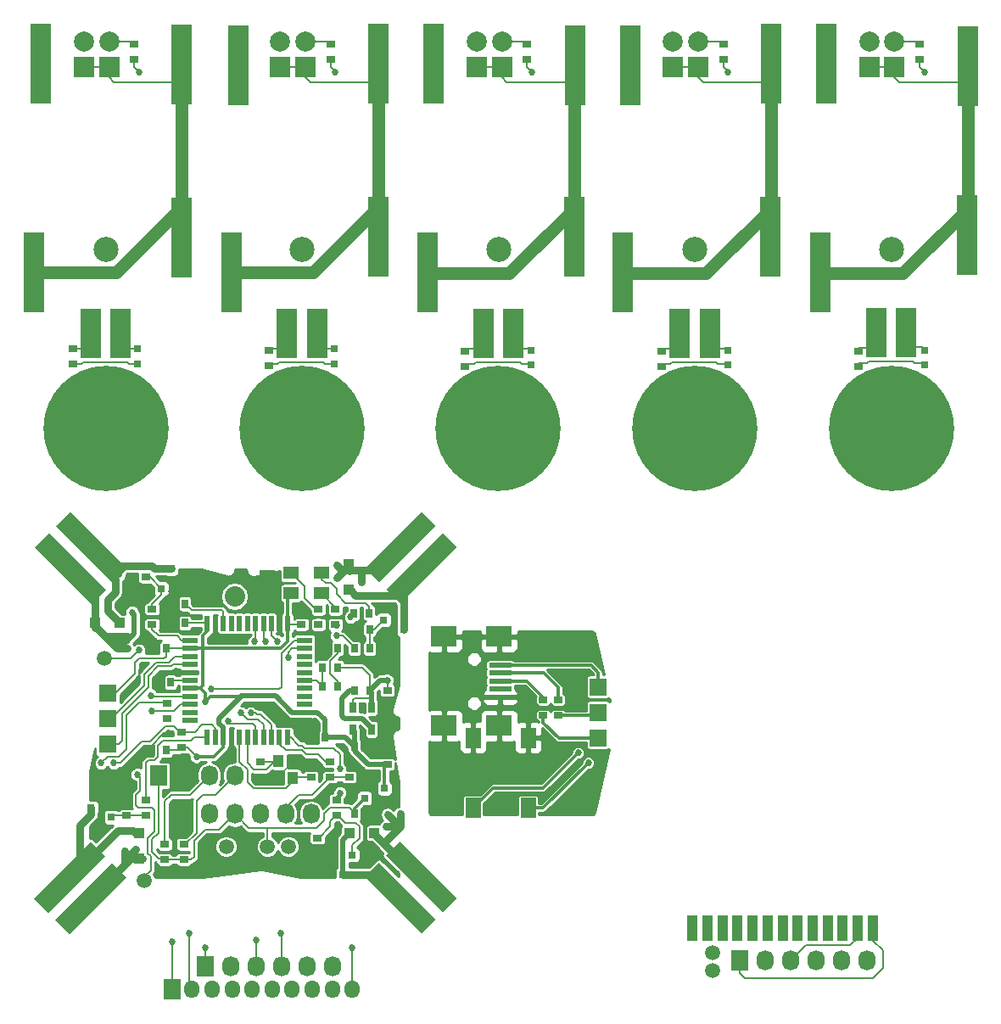
<source format=gtl>
G04 #@! TF.FileFunction,Copper,L1,Top,Signal*
%FSLAX46Y46*%
G04 Gerber Fmt 4.6, Leading zero omitted, Abs format (unit mm)*
G04 Created by KiCad (PCBNEW (2015-07-22 BZR 5980)-product) date Friday, October 16, 2015 'amt' 10:57:48 am*
%MOMM*%
G01*
G04 APERTURE LIST*
%ADD10C,0.100000*%
%ADD11R,0.889000X0.635000*%
%ADD12R,2.000000X2.000000*%
%ADD13C,2.000000*%
%ADD14C,2.500000*%
%ADD15C,1.500000*%
%ADD16R,1.100000X2.500000*%
%ADD17R,1.727200X2.032000*%
%ADD18O,1.524000X1.778000*%
%ADD19R,1.600200X3.599180*%
%ADD20R,2.032000X2.032000*%
%ADD21O,2.032000X2.032000*%
%ADD22R,1.778000X1.778000*%
%ADD23R,0.635000X0.889000*%
%ADD24R,0.800100X0.800100*%
%ADD25R,1.500000X2.000000*%
%ADD26O,1.727200X2.032000*%
%ADD27R,1.500000X0.550000*%
%ADD28R,0.550000X1.500000*%
%ADD29R,1.000000X1.000000*%
%ADD30R,0.650000X1.060000*%
%ADD31R,1.100000X1.200000*%
%ADD32R,2.301240X0.500380*%
%ADD33R,2.499360X1.998980*%
%ADD34R,2.000000X8.000000*%
%ADD35R,2.000000X5.000000*%
%ADD36C,12.500000*%
%ADD37R,0.797560X0.797560*%
%ADD38R,1.500000X1.200000*%
%ADD39C,1.501140*%
%ADD40C,0.685800*%
%ADD41C,0.762000*%
%ADD42C,0.508000*%
%ADD43C,0.177800*%
%ADD44C,0.304800*%
%ADD45C,1.270000*%
%ADD46C,0.254000*%
G04 APERTURE END LIST*
D10*
D11*
X144400000Y-59468000D03*
X144400000Y-60992000D03*
X124800000Y-59468000D03*
X124800000Y-60992000D03*
X105200000Y-59468000D03*
X105200000Y-60992000D03*
X85600000Y-59468000D03*
X85600000Y-60992000D03*
D12*
X141900000Y-61730000D03*
D13*
X141900000Y-59190000D03*
D12*
X122300000Y-61730000D03*
D13*
X122300000Y-59190000D03*
D12*
X102700000Y-61730000D03*
D13*
X102700000Y-59190000D03*
D12*
X83100000Y-61730000D03*
D13*
X83100000Y-59190000D03*
D12*
X139400000Y-61730000D03*
D13*
X139400000Y-59190000D03*
D12*
X119800000Y-61730000D03*
D13*
X119800000Y-59190000D03*
D12*
X100200000Y-61730000D03*
D13*
X100200000Y-59190000D03*
D12*
X80600000Y-61730000D03*
D13*
X80600000Y-59190000D03*
D12*
X61000000Y-61730000D03*
D13*
X61000000Y-59190000D03*
D12*
X63500000Y-61730000D03*
D13*
X63500000Y-59190000D03*
D14*
X141600000Y-79930000D03*
X122000000Y-79930000D03*
X102400000Y-79930000D03*
X82800000Y-79930000D03*
X63200000Y-79930000D03*
D15*
X123731448Y-150146544D03*
X123731448Y-151896544D03*
D16*
X121731448Y-147646544D03*
X123231448Y-147646544D03*
X124731448Y-147646544D03*
X126231448Y-147646544D03*
X127731448Y-147646544D03*
X129231448Y-147646544D03*
X130731448Y-147646544D03*
X132231448Y-147646544D03*
X133731448Y-147646544D03*
X135231448Y-147646544D03*
X136731448Y-147646544D03*
X138231448Y-147646544D03*
X139731448Y-147646544D03*
D17*
X69777275Y-153784192D03*
D18*
X71777275Y-153784192D03*
X73777275Y-153784192D03*
X75777275Y-153784192D03*
X77777275Y-153784192D03*
X79777275Y-153784192D03*
X81777275Y-153784192D03*
X83777275Y-153784192D03*
X85777275Y-153784192D03*
X87777275Y-153784192D03*
D19*
X79300000Y-113730000D03*
D20*
X73498559Y-114561294D03*
D21*
X76038559Y-114561294D03*
D19*
X77250000Y-140230000D03*
D22*
X63338559Y-129293294D03*
X63338559Y-126753294D03*
X63338559Y-124213294D03*
D11*
X91278559Y-131325294D03*
X91278559Y-129801294D03*
D23*
X87976559Y-136278294D03*
X89500559Y-136278294D03*
D24*
X89007799Y-132788294D03*
X89007799Y-134688294D03*
X91006779Y-133738294D03*
D11*
X106841184Y-124900768D03*
X106841184Y-126424768D03*
D25*
X99841184Y-128662768D03*
X99841184Y-135662768D03*
X105341184Y-128662768D03*
X105341184Y-135662768D03*
D17*
X70958559Y-136278294D03*
D26*
X73498559Y-136278294D03*
X76038559Y-136278294D03*
X78578559Y-136278294D03*
X81118559Y-136278294D03*
X83658559Y-136278294D03*
D17*
X68418559Y-132468294D03*
D26*
X70958559Y-132468294D03*
X73498559Y-132468294D03*
X76038559Y-132468294D03*
D27*
X71608559Y-118943294D03*
X71608559Y-119743294D03*
X71608559Y-120543294D03*
X71608559Y-121343294D03*
X71608559Y-122143294D03*
X71608559Y-122943294D03*
X71608559Y-123743294D03*
X71608559Y-124543294D03*
X71608559Y-125343294D03*
X71608559Y-126143294D03*
X71608559Y-126943294D03*
D28*
X73308559Y-128643294D03*
X74108559Y-128643294D03*
X74908559Y-128643294D03*
X75708559Y-128643294D03*
X76508559Y-128643294D03*
X77308559Y-128643294D03*
X78108559Y-128643294D03*
X78908559Y-128643294D03*
X79708559Y-128643294D03*
X80508559Y-128643294D03*
X81308559Y-128643294D03*
D27*
X83008559Y-126943294D03*
X83008559Y-126143294D03*
X83008559Y-125343294D03*
X83008559Y-124543294D03*
X83008559Y-123743294D03*
X83008559Y-122943294D03*
X83008559Y-122143294D03*
X83008559Y-121343294D03*
X83008559Y-120543294D03*
X83008559Y-119743294D03*
X83008559Y-118943294D03*
D28*
X81308559Y-117243294D03*
X80508559Y-117243294D03*
X79708559Y-117243294D03*
X78908559Y-117243294D03*
X78108559Y-117243294D03*
X77308559Y-117243294D03*
X76508559Y-117243294D03*
X75708559Y-117243294D03*
X74908559Y-117243294D03*
X74108559Y-117243294D03*
X73308559Y-117243294D03*
D11*
X91278559Y-123959294D03*
X91278559Y-125483294D03*
D23*
X87976559Y-129547294D03*
X89500559Y-129547294D03*
X71085559Y-115323294D03*
X69561559Y-115323294D03*
X67656559Y-119768294D03*
X69180559Y-119768294D03*
X67656559Y-129928294D03*
X69180559Y-129928294D03*
D11*
X82700000Y-115868000D03*
X82700000Y-117392000D03*
D23*
X83531559Y-128658294D03*
X85055559Y-128658294D03*
X69561559Y-117228294D03*
X71085559Y-117228294D03*
D29*
X64588559Y-117228294D03*
X62088559Y-117228294D03*
X87400000Y-113880000D03*
X87400000Y-111380000D03*
X87488559Y-138183294D03*
X89988559Y-138183294D03*
X66513559Y-138203294D03*
X66513559Y-140703294D03*
D23*
X89500559Y-123959294D03*
X87976559Y-123959294D03*
D24*
X68738559Y-113784054D03*
X70638559Y-113784054D03*
X69688559Y-111785074D03*
X90912799Y-116913294D03*
X90912799Y-118813294D03*
X92911779Y-117863294D03*
X87783559Y-140357534D03*
X85883559Y-140357534D03*
X86833559Y-142356514D03*
X63704319Y-136593294D03*
X63704319Y-134693294D03*
X61705339Y-135643294D03*
D11*
X67783559Y-117355294D03*
X67783559Y-115831294D03*
D23*
X87976559Y-119768294D03*
X89500559Y-119768294D03*
D11*
X67148559Y-114180294D03*
X67148559Y-112656294D03*
D23*
X87976559Y-117863294D03*
X89500559Y-117863294D03*
D11*
X86198559Y-134881294D03*
X86198559Y-136405294D03*
X67148559Y-134881294D03*
X67148559Y-136405294D03*
X84293559Y-140215294D03*
X84293559Y-138691294D03*
X65243559Y-134881294D03*
X65243559Y-136405294D03*
X108341184Y-124900768D03*
X108341184Y-126424768D03*
X70750000Y-128118000D03*
X70750000Y-129642000D03*
D23*
X86325559Y-123578294D03*
X84801559Y-123578294D03*
X84801559Y-119768294D03*
X86325559Y-119768294D03*
X84801559Y-121673294D03*
X86325559Y-121673294D03*
D11*
X85563559Y-132595294D03*
X85563559Y-131071294D03*
X69053559Y-139326294D03*
X69053559Y-140850294D03*
X69300000Y-126792000D03*
X69300000Y-125268000D03*
X87468559Y-131071294D03*
X87468559Y-132595294D03*
X70958559Y-139326294D03*
X70958559Y-140850294D03*
D30*
X89700000Y-125630000D03*
X88750000Y-125630000D03*
X87800000Y-125630000D03*
X87800000Y-127830000D03*
X89700000Y-127830000D03*
D31*
X81818559Y-130983294D03*
X81818559Y-132683294D03*
X80418559Y-132683294D03*
X80418559Y-130983294D03*
D23*
X69662000Y-123130000D03*
X68138000Y-123130000D03*
D22*
X112340410Y-128662661D03*
X112340410Y-126122661D03*
X112340410Y-123582661D03*
D11*
X78578559Y-131062468D03*
X78578559Y-132586468D03*
X83658559Y-132595294D03*
X83658559Y-131071294D03*
D32*
X102535124Y-121420820D03*
X102535124Y-122220920D03*
X102535124Y-123021020D03*
X102535124Y-123821120D03*
X102535124Y-124621220D03*
D33*
X102436064Y-118570940D03*
X96936964Y-118570940D03*
X102436064Y-127471100D03*
X96936964Y-127471100D03*
D23*
X89462000Y-116230000D03*
X87938000Y-116230000D03*
D10*
G36*
X63174874Y-113886980D02*
X61760660Y-115301194D01*
X56103806Y-109644340D01*
X57518020Y-108230126D01*
X63174874Y-113886980D01*
X63174874Y-113886980D01*
G37*
G36*
X65296194Y-111765660D02*
X63881980Y-113179874D01*
X58225126Y-107523020D01*
X59639340Y-106108806D01*
X65296194Y-111765660D01*
X65296194Y-111765660D01*
G37*
G36*
X90468020Y-113154874D02*
X89053806Y-111740660D01*
X94710660Y-106083806D01*
X96124874Y-107498020D01*
X90468020Y-113154874D01*
X90468020Y-113154874D01*
G37*
G36*
X92589340Y-115276194D02*
X91175126Y-113861980D01*
X96831980Y-108205126D01*
X98246194Y-109619340D01*
X92589340Y-115276194D01*
X92589340Y-115276194D01*
G37*
G36*
X91150126Y-140423020D02*
X92564340Y-139008806D01*
X98221194Y-144665660D01*
X96806980Y-146079874D01*
X91150126Y-140423020D01*
X91150126Y-140423020D01*
G37*
G36*
X89028806Y-142544340D02*
X90443020Y-141130126D01*
X96099874Y-146786980D01*
X94685660Y-148201194D01*
X89028806Y-142544340D01*
X89028806Y-142544340D01*
G37*
G36*
X63806980Y-141180126D02*
X65221194Y-142594340D01*
X59564340Y-148251194D01*
X58150126Y-146836980D01*
X63806980Y-141180126D01*
X63806980Y-141180126D01*
G37*
G36*
X61685660Y-139058806D02*
X63099874Y-140473020D01*
X57443020Y-146129874D01*
X56028806Y-144715660D01*
X61685660Y-139058806D01*
X61685660Y-139058806D01*
G37*
D34*
X70750000Y-61480000D03*
X90400000Y-61430000D03*
X110000000Y-61530000D03*
X129600000Y-61430000D03*
X70750000Y-78730000D03*
X90400000Y-78630000D03*
X109900000Y-78630000D03*
X129500000Y-78630000D03*
X149200000Y-61630000D03*
X149100000Y-78530000D03*
D35*
X143050000Y-88230000D03*
X140050000Y-88230000D03*
X123450000Y-88280000D03*
X120450000Y-88280000D03*
X103850000Y-88305000D03*
X100850000Y-88305000D03*
X84250000Y-88280000D03*
X81250000Y-88280000D03*
X64675000Y-88305000D03*
X61675000Y-88305000D03*
D34*
X56700000Y-61430000D03*
X76400000Y-61530000D03*
X95900000Y-61430000D03*
X115500000Y-61530000D03*
X135100000Y-61430000D03*
D36*
X122000000Y-97830000D03*
X102300000Y-97830000D03*
X82775000Y-97805000D03*
X63175000Y-97805000D03*
X141600000Y-97830000D03*
D34*
X56000000Y-82230000D03*
X75750000Y-82230000D03*
X95250000Y-82230000D03*
X114750000Y-82230000D03*
X134500000Y-82230000D03*
D37*
X66300000Y-89880700D03*
X66300000Y-91379300D03*
X86000000Y-89880700D03*
X86000000Y-91379300D03*
X105600000Y-89980700D03*
X105600000Y-91479300D03*
X125300000Y-89980700D03*
X125300000Y-91479300D03*
X144900000Y-89980700D03*
X144900000Y-91479300D03*
D11*
X59900000Y-89868000D03*
X59900000Y-91392000D03*
X79500000Y-89968000D03*
X79500000Y-91492000D03*
X99000000Y-90068000D03*
X99000000Y-91592000D03*
X118700000Y-90068000D03*
X118700000Y-91592000D03*
X138300000Y-90068000D03*
X138300000Y-91592000D03*
D17*
X73077275Y-151484192D03*
D26*
X75617275Y-151484192D03*
X78157275Y-151484192D03*
X80697275Y-151484192D03*
X83237275Y-151484192D03*
X85777275Y-151484192D03*
D17*
X126481448Y-150896544D03*
D26*
X129021448Y-150896544D03*
X131561448Y-150896544D03*
X134101448Y-150896544D03*
X136641448Y-150896544D03*
X139181448Y-150896544D03*
D38*
X84700000Y-114230000D03*
X84700000Y-112230000D03*
X81700000Y-112230000D03*
X81700000Y-114230000D03*
D11*
X84400000Y-115868000D03*
X84400000Y-117392000D03*
X86100000Y-115868000D03*
X86100000Y-117392000D03*
D39*
X75200000Y-139530000D03*
X79300000Y-139530000D03*
X81400000Y-139530000D03*
X73200000Y-139530000D03*
X63000000Y-120730000D03*
X67000000Y-142930000D03*
D11*
X66000000Y-59468000D03*
X66000000Y-60992000D03*
D40*
X66200000Y-139830000D03*
X65100000Y-139930000D03*
X65800000Y-116130000D03*
X86200000Y-111430000D03*
X88700000Y-113130000D03*
X86200000Y-112730000D03*
X65290927Y-119730000D03*
X65290927Y-118530000D03*
X91300000Y-136330000D03*
X91160968Y-137548294D03*
X92548559Y-136278294D03*
X91278559Y-122943294D03*
X74100000Y-118730000D03*
X70200000Y-122030000D03*
X69500000Y-128230000D03*
X65300000Y-124230000D03*
X67000000Y-121430000D03*
X67656559Y-119768294D03*
X68138000Y-123130000D03*
X89950000Y-129580000D03*
X74700000Y-130880000D03*
X64350000Y-115380000D03*
X88750000Y-125630000D03*
X88738559Y-131833294D03*
X87468559Y-121038294D03*
X88738559Y-121038294D03*
X90008559Y-121038294D03*
X64608559Y-135008294D03*
X65878559Y-133738294D03*
X64608559Y-133738294D03*
X69688559Y-114053294D03*
X71593559Y-114053294D03*
X84928559Y-140088294D03*
X69053559Y-115958294D03*
X84928559Y-119133294D03*
X79848559Y-132468294D03*
X83023559Y-131198294D03*
X81118559Y-126753294D03*
X86198559Y-138183294D03*
X85563559Y-139453294D03*
X69300000Y-126792000D03*
X73100000Y-125030000D03*
X72228559Y-130563294D03*
X77650000Y-126180000D03*
X75400000Y-126980000D03*
X76650000Y-126180000D03*
X66500000Y-62230000D03*
X86100000Y-62230000D03*
X105700000Y-62230000D03*
X125300000Y-62230000D03*
X81372559Y-120657294D03*
X86198559Y-118498294D03*
X86550000Y-134180000D03*
X86550000Y-131780000D03*
X144900000Y-62230000D03*
X63973559Y-131198294D03*
X73700000Y-123830000D03*
X69300000Y-125230000D03*
X62703559Y-131198294D03*
X105341184Y-124662768D03*
X111341184Y-131162768D03*
X110341184Y-130162768D03*
X87600000Y-116630000D03*
X78000000Y-119030000D03*
X87777275Y-149584192D03*
X73077275Y-149584192D03*
X78177275Y-148884192D03*
X69777275Y-148984192D03*
X71477275Y-148184192D03*
X80677275Y-148184192D03*
X121731448Y-148146544D03*
X123231448Y-146896544D03*
X84400000Y-117330000D03*
X79100000Y-119030000D03*
X80300000Y-119030000D03*
X86200000Y-117430000D03*
X67700000Y-124430000D03*
X66500000Y-119930000D03*
X66300000Y-132330000D03*
X67800000Y-126030000D03*
D41*
X65100000Y-141330000D02*
X65100000Y-140930000D01*
X65100000Y-140930000D02*
X66200000Y-139830000D01*
X61685660Y-144715660D02*
X61714340Y-144715660D01*
X61714340Y-144715660D02*
X65100000Y-141330000D01*
X61714340Y-144715660D02*
X65100000Y-141330000D01*
X65100000Y-141330000D02*
X65100000Y-139930000D01*
D42*
X62088559Y-117228294D02*
X62088559Y-117418559D01*
X62088559Y-117418559D02*
X63800000Y-119130000D01*
X66000000Y-116330000D02*
X65800000Y-116130000D01*
X66000000Y-118330000D02*
X66000000Y-116330000D01*
X65200000Y-119130000D02*
X66000000Y-118330000D01*
X63800000Y-119130000D02*
X65200000Y-119130000D01*
D41*
X87388559Y-111943294D02*
X87388559Y-111391441D01*
X87388559Y-111391441D02*
X87400000Y-111380000D01*
X87388559Y-111943294D02*
X86713294Y-111943294D01*
X86713294Y-111943294D02*
X86200000Y-111430000D01*
X88700000Y-111943294D02*
X88700000Y-113130000D01*
X87388559Y-111943294D02*
X86986706Y-111943294D01*
X86986706Y-111943294D02*
X86200000Y-112730000D01*
X62088559Y-117727632D02*
X62088559Y-117228294D01*
X65290927Y-119730000D02*
X64700000Y-119730000D01*
X64700000Y-119730000D02*
X64500000Y-119730000D01*
X64500000Y-119730000D02*
X64300000Y-119730000D01*
X64300000Y-119730000D02*
X63100000Y-118530000D01*
X65290927Y-118530000D02*
X63100000Y-118530000D01*
X63100000Y-118530000D02*
X62088559Y-117518559D01*
X62088559Y-117518559D02*
X62088559Y-117228294D01*
X92500000Y-137548294D02*
X92500000Y-137530000D01*
X92500000Y-137530000D02*
X91300000Y-136330000D01*
X66513559Y-140703294D02*
X66873294Y-140703294D01*
X65698026Y-140703294D02*
X61685660Y-144715660D01*
X66513559Y-140703294D02*
X65698026Y-140703294D01*
D43*
X87800000Y-125630000D02*
X87800000Y-124930000D01*
X88000000Y-124730000D02*
X89700000Y-124730000D01*
X87800000Y-124930000D02*
X88000000Y-124730000D01*
D42*
X89700000Y-125630000D02*
X89700000Y-124730000D01*
X89700000Y-124730000D02*
X89700000Y-124158735D01*
X89700000Y-124158735D02*
X89500559Y-123959294D01*
X89500559Y-123959294D02*
X89520706Y-123959294D01*
X89520706Y-123959294D02*
X90536706Y-122943294D01*
X90536706Y-122943294D02*
X91278559Y-122943294D01*
D41*
X91160968Y-137548294D02*
X92500000Y-137548294D01*
X92500000Y-137548294D02*
X92548559Y-137548294D01*
X92548559Y-136278294D02*
X92548559Y-137548294D01*
X90910968Y-139184425D02*
X90912428Y-139184425D01*
X90912428Y-139184425D02*
X92548559Y-137548294D01*
X89988559Y-138183294D02*
X89988559Y-138262016D01*
X89988559Y-138262016D02*
X90910968Y-139184425D01*
X90910968Y-139184425D02*
X95671108Y-143944565D01*
X95671108Y-143944565D02*
X95671108Y-144174285D01*
X94150828Y-108674285D02*
X93671108Y-108674285D01*
X93671108Y-108674285D02*
X90402099Y-111943294D01*
X90402099Y-111943294D02*
X88700000Y-111943294D01*
X88700000Y-111943294D02*
X87388559Y-111943294D01*
X58650828Y-110194565D02*
X58650828Y-110424285D01*
X58650828Y-110424285D02*
X62088559Y-113862016D01*
X62088559Y-113862016D02*
X62088559Y-117228294D01*
X87466559Y-112021294D02*
X87388559Y-111943294D01*
D43*
X91278559Y-123959294D02*
X91278559Y-122943294D01*
X86325559Y-121673294D02*
X88738559Y-121673294D01*
X89500559Y-122435294D02*
X89500559Y-123959294D01*
X88738559Y-121673294D02*
X89500559Y-122435294D01*
D41*
X89988559Y-138183294D02*
X90008559Y-138183294D01*
D44*
X89858559Y-125483294D02*
X89688559Y-125653294D01*
D43*
X89688559Y-125653294D02*
X89543559Y-125653294D01*
D44*
X87638559Y-125503294D02*
X87788559Y-125653294D01*
D43*
X63704319Y-134693294D02*
X63536706Y-134693294D01*
X74108559Y-117243294D02*
X74108559Y-118721441D01*
X74108559Y-118721441D02*
X74100000Y-118730000D01*
X71608559Y-122143294D02*
X70313294Y-122143294D01*
X70313294Y-122143294D02*
X70200000Y-122030000D01*
X65300000Y-124230000D02*
X66500000Y-123030000D01*
X66500000Y-123030000D02*
X66500000Y-121930000D01*
X67656559Y-129928294D02*
X67656559Y-129573441D01*
X67656559Y-129573441D02*
X69000000Y-128230000D01*
X69000000Y-128230000D02*
X69500000Y-128230000D01*
X66500000Y-121930000D02*
X67000000Y-121430000D01*
X89500559Y-129547294D02*
X89917294Y-129547294D01*
X89917294Y-129547294D02*
X89950000Y-129580000D01*
X75708559Y-128643294D02*
X75708559Y-129871441D01*
X75708559Y-129871441D02*
X74700000Y-130880000D01*
D41*
X67148559Y-114180294D02*
X65549706Y-114180294D01*
X65549706Y-114180294D02*
X64350000Y-115380000D01*
D43*
X80508559Y-117243294D02*
X80508559Y-114938559D01*
X80508559Y-114938559D02*
X79300000Y-113730000D01*
X88738559Y-121038294D02*
X87468559Y-121038294D01*
X63704319Y-134693294D02*
X64293559Y-134693294D01*
X64293559Y-134693294D02*
X64608559Y-135008294D01*
X65243559Y-134373294D02*
X65878559Y-133738294D01*
X65243559Y-134373294D02*
X65243559Y-134881294D01*
X70638559Y-113784054D02*
X69957799Y-113784054D01*
X69957799Y-113784054D02*
X69688559Y-114053294D01*
X70638559Y-113784054D02*
X71324319Y-113784054D01*
X71324319Y-113784054D02*
X71593559Y-114053294D01*
X90912799Y-118813294D02*
X90912799Y-120134054D01*
X90912799Y-120134054D02*
X90008559Y-121038294D01*
X85883559Y-140357534D02*
X85197799Y-140357534D01*
X85197799Y-140357534D02*
X84928559Y-140088294D01*
X85883559Y-140357534D02*
X85883559Y-139773294D01*
X70831559Y-132468294D02*
X70958559Y-132468294D01*
D44*
X91278559Y-129801294D02*
X91278559Y-125483294D01*
X91278559Y-129801294D02*
X89754559Y-129801294D01*
X89754559Y-129801294D02*
X89500559Y-129547294D01*
D43*
X87976559Y-117863294D02*
X87976559Y-117736294D01*
X63704319Y-134693294D02*
X63704319Y-134642534D01*
X69561559Y-115958294D02*
X69053559Y-115958294D01*
X69561559Y-117228294D02*
X69561559Y-115958294D01*
X69561559Y-115958294D02*
X69561559Y-115323294D01*
X84293559Y-140215294D02*
X84166559Y-140215294D01*
X85883559Y-140357534D02*
X85832799Y-140357534D01*
D44*
X88738559Y-132519054D02*
X88738559Y-131833294D01*
X87976559Y-131071294D02*
X88738559Y-131833294D01*
X87976559Y-131071294D02*
X87468559Y-131071294D01*
X88738559Y-132519054D02*
X89007799Y-132788294D01*
X91108559Y-125653294D02*
X91278559Y-125483294D01*
D43*
X63704319Y-134693294D02*
X65055559Y-134693294D01*
X65055559Y-134693294D02*
X65243559Y-134881294D01*
X84801559Y-119768294D02*
X84801559Y-119260294D01*
X84801559Y-119260294D02*
X84928559Y-119133294D01*
X87976559Y-117863294D02*
X87976559Y-117736294D01*
X78578559Y-132586468D02*
X79730385Y-132586468D01*
X79730385Y-132586468D02*
X79848559Y-132468294D01*
X83658559Y-131071294D02*
X83150559Y-131071294D01*
X83150559Y-131071294D02*
X83023559Y-131198294D01*
X83008559Y-126943294D02*
X81308559Y-126943294D01*
X81308559Y-126943294D02*
X81118559Y-126753294D01*
X83008559Y-126943294D02*
X83008559Y-128135294D01*
X83008559Y-128135294D02*
X83531559Y-128658294D01*
X81818559Y-130983294D02*
X83570559Y-130983294D01*
X83570559Y-130983294D02*
X83658559Y-131071294D01*
X80418559Y-132683294D02*
X78675385Y-132683294D01*
X78675385Y-132683294D02*
X78578559Y-132586468D01*
X81818559Y-131133294D02*
X80418559Y-132533294D01*
X80418559Y-132533294D02*
X80418559Y-132683294D01*
X81818559Y-130983294D02*
X81818559Y-131133294D01*
D44*
X91108559Y-125653294D02*
X91278559Y-125483294D01*
D43*
X85883559Y-139773294D02*
X85563559Y-139453294D01*
D44*
X76700000Y-124530000D02*
X73600000Y-124530000D01*
X73600000Y-124530000D02*
X73100000Y-125030000D01*
X72863559Y-119730000D02*
X80600000Y-119730000D01*
X80603650Y-119733650D02*
X80603650Y-119726350D01*
X80600000Y-119730000D02*
X80603650Y-119733650D01*
X72863559Y-119730000D02*
X72863559Y-123466441D01*
X72863559Y-123466441D02*
X72800000Y-123530000D01*
X73100000Y-125030000D02*
X73100000Y-124256588D01*
X73100000Y-124256588D02*
X72586706Y-123743294D01*
X71608559Y-123743294D02*
X72586706Y-123743294D01*
X72586706Y-123743294D02*
X72800000Y-123530000D01*
D42*
X74500000Y-127230000D02*
X74500000Y-126730000D01*
X74908559Y-127638559D02*
X74500000Y-127230000D01*
X74908559Y-128643294D02*
X74908559Y-127638559D01*
X74500000Y-126730000D02*
X74800000Y-126430000D01*
X74800000Y-126430000D02*
X76725000Y-124505000D01*
X76725000Y-124505000D02*
X76700000Y-124530000D01*
X76700000Y-124530000D02*
X76700000Y-124505000D01*
D44*
X81308559Y-119021441D02*
X81308559Y-117243294D01*
X80603650Y-119726350D02*
X81308559Y-119021441D01*
D42*
X80125000Y-124505000D02*
X76700000Y-124505000D01*
X81763294Y-126143294D02*
X83008559Y-126143294D01*
X80125000Y-124505000D02*
X81763294Y-126143294D01*
D44*
X74908559Y-128643294D02*
X74908559Y-129621441D01*
X73966706Y-130563294D02*
X72228559Y-130563294D01*
X74908559Y-129621441D02*
X73966706Y-130563294D01*
D43*
X63338559Y-124213294D02*
X64116706Y-124213294D01*
X64116706Y-124213294D02*
X66100000Y-122230000D01*
X69180559Y-120549441D02*
X69180559Y-119768294D01*
X69000000Y-120730000D02*
X69180559Y-120549441D01*
X66500000Y-120730000D02*
X69000000Y-120730000D01*
X66100000Y-121130000D02*
X66500000Y-120730000D01*
X66100000Y-122230000D02*
X66100000Y-121130000D01*
X63338559Y-124213294D02*
X63816706Y-124213294D01*
D42*
X91278559Y-131325294D02*
X89345294Y-131325294D01*
X89345294Y-131325294D02*
X87976559Y-129956559D01*
D44*
X87976559Y-129956559D02*
X87976559Y-129547294D01*
D42*
X85055559Y-128658294D02*
X87087559Y-128658294D01*
X87087559Y-128658294D02*
X87976559Y-129547294D01*
D43*
X70750000Y-129642000D02*
X71307265Y-129642000D01*
X71307265Y-129642000D02*
X72228559Y-130563294D01*
X69180559Y-129928294D02*
X70463706Y-129928294D01*
X70463706Y-129928294D02*
X70750000Y-129642000D01*
D44*
X81308559Y-117243294D02*
X81308559Y-114621441D01*
X81308559Y-114621441D02*
X81700000Y-114230000D01*
D43*
X82700000Y-117392000D02*
X81457265Y-117392000D01*
X81457265Y-117392000D02*
X81308559Y-117243294D01*
D42*
X87976559Y-129547294D02*
X87932706Y-129547294D01*
X87976559Y-129547294D02*
X87976559Y-128006559D01*
X87976559Y-128006559D02*
X87800000Y-127830000D01*
D43*
X69053559Y-119768294D02*
X69180559Y-119768294D01*
D44*
X91151559Y-131198294D02*
X91278559Y-131325294D01*
X91006779Y-133738294D02*
X91006779Y-131597074D01*
X91006779Y-131597074D02*
X91278559Y-131325294D01*
X73308559Y-117243294D02*
X73308559Y-118053294D01*
X72863559Y-118498294D02*
X72863559Y-119730000D01*
X72863559Y-119730000D02*
X72863559Y-119743294D01*
X73308559Y-118053294D02*
X72863559Y-118498294D01*
X72863559Y-119743294D02*
X71608559Y-119743294D01*
D43*
X69180559Y-119768294D02*
X71583559Y-119768294D01*
X71583559Y-119768294D02*
X71608559Y-119743294D01*
X71085559Y-117228294D02*
X73293559Y-117228294D01*
X73293559Y-117228294D02*
X73308559Y-117243294D01*
X82911559Y-117243294D02*
X83023559Y-117355294D01*
D42*
X83008559Y-126143294D02*
X84318559Y-126143294D01*
X84318559Y-126143294D02*
X85055559Y-126880294D01*
X85055559Y-126880294D02*
X85055559Y-128658294D01*
D43*
X69180559Y-129928294D02*
X69180559Y-130055294D01*
X70958559Y-140850294D02*
X71679706Y-140850294D01*
X74486853Y-137830000D02*
X76038559Y-136278294D01*
X73100000Y-137830000D02*
X74486853Y-137830000D01*
X71679706Y-140850294D02*
X72000000Y-140530000D01*
X79300000Y-139530000D02*
X79300000Y-137675294D01*
X79300000Y-137675294D02*
X79300000Y-137730000D01*
X79300000Y-137730000D02*
X79300000Y-137675294D01*
X84166559Y-137675294D02*
X79300000Y-137675294D01*
X79300000Y-137675294D02*
X77435559Y-137675294D01*
X77435559Y-137675294D02*
X76038559Y-136278294D01*
X87468559Y-135643294D02*
X85563559Y-135643294D01*
X85563559Y-135643294D02*
X84928559Y-136278294D01*
X84928559Y-136278294D02*
X84928559Y-136913294D01*
X84928559Y-136913294D02*
X84166559Y-137675294D01*
X87976559Y-136151294D02*
X87468559Y-135643294D01*
X87976559Y-136278294D02*
X87976559Y-136151294D01*
D44*
X87976559Y-136278294D02*
X87976559Y-135719534D01*
X87976559Y-135719534D02*
X89007799Y-134688294D01*
D43*
X68418559Y-140723294D02*
X68926559Y-140723294D01*
X68926559Y-140723294D02*
X69053559Y-140850294D01*
X69053559Y-140850294D02*
X70958559Y-140850294D01*
X68418559Y-138183294D02*
X67783559Y-138818294D01*
X67783559Y-138818294D02*
X67783559Y-140088294D01*
X67783559Y-140088294D02*
X68418559Y-140723294D01*
X68418559Y-132468294D02*
X68418559Y-138183294D01*
X72000000Y-138930000D02*
X73100000Y-137830000D01*
X72000000Y-140530000D02*
X72000000Y-138930000D01*
D41*
X61760660Y-109644340D02*
X61760660Y-110540660D01*
X61760660Y-110540660D02*
X64100000Y-112880000D01*
X64100000Y-112880000D02*
X64100000Y-114180000D01*
X64100000Y-114180000D02*
X63350000Y-114930000D01*
X63350000Y-114930000D02*
X63350000Y-115989735D01*
X63350000Y-115989735D02*
X64588559Y-117228294D01*
D42*
X64588559Y-112472239D02*
X61760660Y-109644340D01*
X64588559Y-117228294D02*
X64617099Y-117228294D01*
D41*
X63239837Y-111513294D02*
X67783559Y-111513294D01*
X60171108Y-108674285D02*
X60400828Y-108674285D01*
X60400828Y-108674285D02*
X63239837Y-111513294D01*
X69688559Y-111785074D02*
X68055339Y-111785074D01*
X68055339Y-111785074D02*
X67783559Y-111513294D01*
X87400000Y-113880000D02*
X87550000Y-113880000D01*
X87550000Y-113880000D02*
X88113294Y-114443294D01*
X88113294Y-114443294D02*
X92008026Y-114443294D01*
X92008026Y-114443294D02*
X94710660Y-111740660D01*
X95671108Y-110194565D02*
X95671108Y-110458847D01*
X95671108Y-110458847D02*
X92312610Y-113817345D01*
X92911779Y-117863294D02*
X92911779Y-114416514D01*
X92911779Y-114416514D02*
X92312610Y-113817345D01*
X92149508Y-113817345D02*
X92312610Y-113817345D01*
X94150828Y-145694565D02*
X93921108Y-145694565D01*
X93921108Y-145694565D02*
X90583057Y-142356514D01*
X90583057Y-142356514D02*
X86833559Y-142356514D01*
D42*
X86833559Y-142356514D02*
X86833559Y-138838294D01*
X86833559Y-138838294D02*
X87488559Y-138183294D01*
D41*
X61705339Y-135643294D02*
X61705339Y-136324661D01*
X60600000Y-137430000D02*
X60600000Y-141558680D01*
X61705339Y-136324661D02*
X60600000Y-137430000D01*
X60600000Y-141558680D02*
X59564340Y-142594340D01*
X66513559Y-138203294D02*
X66179837Y-138203294D01*
X66179837Y-138203294D02*
X65910968Y-137934425D01*
X65910968Y-137934425D02*
X64410968Y-137934425D01*
X64410968Y-137934425D02*
X61705339Y-140640054D01*
X58650828Y-144174285D02*
X58650828Y-143694565D01*
X58650828Y-143694565D02*
X61705339Y-140640054D01*
D43*
X85824300Y-89805000D02*
X85900000Y-89880700D01*
X84275000Y-89805000D02*
X85824300Y-89805000D01*
X77650000Y-126180000D02*
X78100000Y-126180000D01*
X79708559Y-128643294D02*
X79708559Y-127388559D01*
X79708559Y-127388559D02*
X78650000Y-126330000D01*
X78650000Y-126330000D02*
X78250000Y-126330000D01*
X78250000Y-126330000D02*
X78100000Y-126180000D01*
X79848559Y-128503294D02*
X79708559Y-128643294D01*
X85563559Y-132595294D02*
X87468559Y-132595294D01*
X81118559Y-136278294D02*
X81118559Y-135643294D01*
X81118559Y-135643294D02*
X82388559Y-134373294D01*
X82388559Y-134373294D02*
X83785559Y-134373294D01*
X83785559Y-134373294D02*
X85563559Y-132595294D01*
X78108559Y-128643294D02*
X78108559Y-127488559D01*
X75650000Y-127230000D02*
X75400000Y-126980000D01*
X77850000Y-127230000D02*
X75650000Y-127230000D01*
X78108559Y-127488559D02*
X77850000Y-127230000D01*
X69053559Y-139326294D02*
X69053559Y-135008294D01*
X69053559Y-135008294D02*
X69688559Y-134373294D01*
X69688559Y-134373294D02*
X71593559Y-134373294D01*
X71593559Y-134373294D02*
X73498559Y-132468294D01*
X78908559Y-128643294D02*
X78908559Y-127338559D01*
X77300000Y-126830000D02*
X76650000Y-126180000D01*
X78400000Y-126830000D02*
X77300000Y-126830000D01*
X78908559Y-127338559D02*
X78400000Y-126830000D01*
X70958559Y-139326294D02*
X71085559Y-139326294D01*
X71085559Y-139326294D02*
X72228559Y-138183294D01*
X74133559Y-134373294D02*
X76038559Y-132468294D01*
X72228559Y-138183294D02*
X72228559Y-135008294D01*
X72228559Y-135008294D02*
X72863559Y-134373294D01*
X72863559Y-134373294D02*
X74133559Y-134373294D01*
X66000000Y-61730000D02*
X66500000Y-62230000D01*
X66000000Y-61730000D02*
X66000000Y-60992000D01*
X85600000Y-61730000D02*
X86100000Y-62230000D01*
X85600000Y-61730000D02*
X85600000Y-60992000D01*
X105200000Y-61730000D02*
X105200000Y-60992000D01*
X105200000Y-61730000D02*
X105700000Y-62230000D01*
X124800000Y-61730000D02*
X124800000Y-60992000D01*
X124800000Y-61730000D02*
X125300000Y-62230000D01*
X89500559Y-117863294D02*
X89962799Y-117863294D01*
X89962799Y-117863294D02*
X90912799Y-116913294D01*
X89500559Y-119768294D02*
X89500559Y-117863294D01*
X86198559Y-136405294D02*
X86325559Y-136405294D01*
X86325559Y-136405294D02*
X87087559Y-137167294D01*
X87783559Y-139392294D02*
X87783559Y-140357534D01*
X88484559Y-138691294D02*
X87783559Y-139392294D01*
X88484559Y-137548294D02*
X88484559Y-138691294D01*
X88103559Y-137167294D02*
X88484559Y-137548294D01*
X87087559Y-137167294D02*
X88103559Y-137167294D01*
X84293559Y-138691294D02*
X84420559Y-138691294D01*
X84420559Y-138691294D02*
X85563559Y-137548294D01*
X85563559Y-137548294D02*
X85563559Y-137040294D01*
X85563559Y-137040294D02*
X86198559Y-136405294D01*
X87783559Y-140357534D02*
X87783559Y-140403294D01*
X65243559Y-136405294D02*
X67148559Y-136405294D01*
X65243559Y-136405294D02*
X63892319Y-136405294D01*
X63892319Y-136405294D02*
X63704319Y-136593294D01*
X71608559Y-118943294D02*
X70768559Y-118943294D01*
X67783559Y-117863294D02*
X67783559Y-117355294D01*
X68418559Y-118498294D02*
X67783559Y-117863294D01*
X70323559Y-118498294D02*
X68418559Y-118498294D01*
X70768559Y-118943294D02*
X70323559Y-118498294D01*
X81372559Y-120149294D02*
X81372559Y-120657294D01*
X83008559Y-119743294D02*
X81778559Y-119743294D01*
X86833559Y-118498294D02*
X87976559Y-119641294D01*
X86198559Y-118498294D02*
X86833559Y-118498294D01*
X81778559Y-119743294D02*
X81372559Y-120149294D01*
X87976559Y-119641294D02*
X87976559Y-119768294D01*
X81308559Y-128643294D02*
X81663294Y-128643294D01*
X86198559Y-134531441D02*
X86198559Y-134881294D01*
X86550000Y-134180000D02*
X86198559Y-134531441D01*
X86550000Y-130330000D02*
X86550000Y-131780000D01*
X85900000Y-129680000D02*
X86550000Y-130330000D01*
X83050000Y-129680000D02*
X85900000Y-129680000D01*
X82800000Y-129430000D02*
X83050000Y-129680000D01*
X82450000Y-129430000D02*
X82800000Y-129430000D01*
X81663294Y-128643294D02*
X82450000Y-129430000D01*
X67148559Y-134881294D02*
X67148559Y-131181441D01*
X68400000Y-129430000D02*
X68900000Y-128930000D01*
X68400000Y-130580000D02*
X68400000Y-129430000D01*
X68050000Y-130930000D02*
X68400000Y-130580000D01*
X67400000Y-130930000D02*
X68050000Y-130930000D01*
X67148559Y-131181441D02*
X67400000Y-130930000D01*
X73308559Y-128643294D02*
X71986706Y-128643294D01*
X71986706Y-128643294D02*
X71700000Y-128930000D01*
X71700000Y-128930000D02*
X68900000Y-128930000D01*
X144400000Y-61730000D02*
X144400000Y-60992000D01*
X144400000Y-61730000D02*
X144900000Y-62230000D01*
X67600000Y-129030000D02*
X66800000Y-129030000D01*
X70000000Y-127530000D02*
X69100000Y-127530000D01*
X69100000Y-127530000D02*
X67600000Y-129030000D01*
X70588000Y-128118000D02*
X70000000Y-127530000D01*
X66800000Y-129030000D02*
X64631706Y-131198294D01*
X63973559Y-131198294D02*
X64631706Y-131198294D01*
X70750000Y-128118000D02*
X70588000Y-128118000D01*
X74108559Y-128643294D02*
X74108559Y-127738559D01*
X74108559Y-127738559D02*
X73750000Y-127380000D01*
X73750000Y-127380000D02*
X72800000Y-127380000D01*
X72800000Y-127380000D02*
X72062000Y-128118000D01*
X72062000Y-128118000D02*
X70750000Y-128118000D01*
X74108559Y-128643294D02*
X74108559Y-127998294D01*
X74108559Y-129318294D02*
X74108559Y-128643294D01*
X80500000Y-123830000D02*
X73700000Y-123830000D01*
X80700000Y-123630000D02*
X80500000Y-123830000D01*
X81986706Y-118943294D02*
X80700000Y-120230000D01*
X83008559Y-118943294D02*
X81986706Y-118943294D01*
X80700000Y-120230000D02*
X80700000Y-123630000D01*
X65200000Y-126430000D02*
X66500000Y-125130000D01*
X69200000Y-125130000D02*
X69300000Y-125230000D01*
X66500000Y-125130000D02*
X69200000Y-125130000D01*
X62703559Y-131198294D02*
X63338559Y-130563294D01*
X63338559Y-130563294D02*
X64466706Y-130563294D01*
X65200000Y-129830000D02*
X65200000Y-126430000D01*
X64466706Y-130563294D02*
X65200000Y-129830000D01*
X83008559Y-118943294D02*
X83213559Y-118943294D01*
D44*
X102535124Y-122220920D02*
X106899336Y-122220920D01*
X108341184Y-123662768D02*
X108341184Y-124900768D01*
X106899336Y-122220920D02*
X108341184Y-123662768D01*
X102535124Y-123021020D02*
X105199436Y-123021020D01*
X105199436Y-123021020D02*
X106841184Y-124662768D01*
X106841184Y-124662768D02*
X106841184Y-124900768D01*
X106841184Y-126424768D02*
X106841184Y-127162768D01*
X108381184Y-128702768D02*
X112341184Y-128702768D01*
X106841184Y-127162768D02*
X108381184Y-128702768D01*
X108341184Y-126424768D02*
X112079184Y-126424768D01*
X112079184Y-126424768D02*
X112341184Y-126162768D01*
D43*
X63338559Y-129293294D02*
X64436706Y-129293294D01*
X68400000Y-121530000D02*
X69700000Y-121530000D01*
X67400000Y-122530000D02*
X68400000Y-121530000D01*
X67400000Y-123630000D02*
X67400000Y-122530000D01*
X64800000Y-126230000D02*
X67400000Y-123630000D01*
X64800000Y-128930000D02*
X64800000Y-126230000D01*
X64436706Y-129293294D02*
X64800000Y-128930000D01*
X71608559Y-121343294D02*
X69886706Y-121343294D01*
X69886706Y-121343294D02*
X69700000Y-121530000D01*
X63338559Y-126753294D02*
X63676706Y-126753294D01*
X63676706Y-126753294D02*
X67000000Y-123430000D01*
X68200000Y-121130000D02*
X69500000Y-121130000D01*
X67000000Y-122330000D02*
X68200000Y-121130000D01*
X67000000Y-123430000D02*
X67000000Y-122330000D01*
X71608559Y-120543294D02*
X70086706Y-120543294D01*
X70086706Y-120543294D02*
X69500000Y-121130000D01*
X80418559Y-130983294D02*
X80063559Y-130983294D01*
X80063559Y-130983294D02*
X79213559Y-131833294D01*
X77308559Y-131198294D02*
X77308559Y-128643294D01*
X77943559Y-131833294D02*
X77308559Y-131198294D01*
X79213559Y-131833294D02*
X77943559Y-131833294D01*
X78578559Y-131062468D02*
X80339385Y-131062468D01*
X80339385Y-131062468D02*
X80418559Y-130983294D01*
X81818559Y-132683294D02*
X81818559Y-133038294D01*
X81818559Y-133038294D02*
X81118559Y-133738294D01*
X76508559Y-131033294D02*
X76508559Y-128643294D01*
X77308559Y-131833294D02*
X76508559Y-131033294D01*
X77308559Y-133103294D02*
X77308559Y-131833294D01*
X77943559Y-133738294D02*
X77308559Y-133103294D01*
X81118559Y-133738294D02*
X77943559Y-133738294D01*
X83658559Y-132595294D02*
X81906559Y-132595294D01*
X81906559Y-132595294D02*
X81818559Y-132683294D01*
X84801559Y-123578294D02*
X84801559Y-121673294D01*
X83008559Y-122943294D02*
X84166559Y-122943294D01*
X84166559Y-122943294D02*
X84801559Y-123578294D01*
D44*
X103799636Y-124621220D02*
X102535124Y-124621220D01*
X103841184Y-124662768D02*
X103799636Y-124621220D01*
X105341184Y-124662768D02*
X103841184Y-124662768D01*
D43*
X71608559Y-122943294D02*
X69848706Y-122943294D01*
X69848706Y-122943294D02*
X69662000Y-123130000D01*
D44*
X102535124Y-121420820D02*
X111599236Y-121420820D01*
X112341184Y-122162768D02*
X112341184Y-123622768D01*
X111599236Y-121420820D02*
X112341184Y-122162768D01*
D43*
X59900000Y-89868000D02*
X61612000Y-89868000D01*
X61612000Y-89868000D02*
X61675000Y-89805000D01*
X105424300Y-89805000D02*
X105500000Y-89880700D01*
X103875000Y-89805000D02*
X105424300Y-89805000D01*
X99938000Y-91392000D02*
X100100000Y-91230000D01*
X100100000Y-91230000D02*
X104500000Y-91230000D01*
X104500000Y-91230000D02*
X104649300Y-91379300D01*
X104649300Y-91379300D02*
X105500000Y-91379300D01*
X99100000Y-91392000D02*
X99938000Y-91392000D01*
X123475000Y-89805000D02*
X125024300Y-89805000D01*
X125024300Y-89805000D02*
X125100000Y-89880700D01*
X118700000Y-91392000D02*
X119538000Y-91392000D01*
X124249300Y-91379300D02*
X125100000Y-91379300D01*
X124100000Y-91230000D02*
X124249300Y-91379300D01*
X119700000Y-91230000D02*
X124100000Y-91230000D01*
X119538000Y-91392000D02*
X119700000Y-91230000D01*
X144624300Y-89705000D02*
X144700000Y-89780700D01*
X143075000Y-89705000D02*
X144624300Y-89705000D01*
X139138000Y-91292000D02*
X139300000Y-91130000D01*
X139300000Y-91130000D02*
X143700000Y-91130000D01*
X143700000Y-91130000D02*
X143849300Y-91279300D01*
X143849300Y-91279300D02*
X144700000Y-91279300D01*
X138300000Y-91292000D02*
X139138000Y-91292000D01*
X86100000Y-115868000D02*
X86100000Y-115630000D01*
X86100000Y-115630000D02*
X84700000Y-114230000D01*
X84700000Y-114230000D02*
X85232265Y-114230000D01*
D42*
X89700000Y-127830000D02*
X89700000Y-127680000D01*
X89700000Y-127680000D02*
X88750000Y-126730000D01*
X88750000Y-126730000D02*
X87000000Y-126730000D01*
X87000000Y-126730000D02*
X86750000Y-126480000D01*
X86750000Y-126480000D02*
X86750000Y-124730000D01*
X86750000Y-124730000D02*
X87520706Y-123959294D01*
X87520706Y-123959294D02*
X87976559Y-123959294D01*
D44*
X87788559Y-124147294D02*
X87976559Y-123959294D01*
D43*
X74908559Y-117243294D02*
X74908559Y-116098294D01*
X71720559Y-115958294D02*
X71085559Y-115323294D01*
X74768559Y-115958294D02*
X71720559Y-115958294D01*
X74908559Y-116098294D02*
X74768559Y-115958294D01*
X64675000Y-89805000D02*
X66224300Y-89805000D01*
X66224300Y-89805000D02*
X66300000Y-89880700D01*
X59900000Y-91392000D02*
X60738000Y-91392000D01*
X65449300Y-91379300D02*
X66300000Y-91379300D01*
X65300000Y-91230000D02*
X65449300Y-91379300D01*
X60900000Y-91230000D02*
X65300000Y-91230000D01*
X60738000Y-91392000D02*
X60900000Y-91230000D01*
X80338000Y-91392000D02*
X80500000Y-91230000D01*
X80500000Y-91230000D02*
X84900000Y-91230000D01*
X84900000Y-91230000D02*
X85049300Y-91379300D01*
X85049300Y-91379300D02*
X85900000Y-91379300D01*
X79500000Y-91392000D02*
X80338000Y-91392000D01*
D44*
X106841184Y-135662768D02*
X105341184Y-135662768D01*
X111341184Y-131162768D02*
X106841184Y-135662768D01*
X101841184Y-133662768D02*
X99841184Y-135662768D01*
X106841184Y-133662768D02*
X101841184Y-133662768D01*
X110341184Y-130162768D02*
X106841184Y-133662768D01*
D43*
X67783559Y-115831294D02*
X67783559Y-115323294D01*
X68738559Y-114368294D02*
X68738559Y-113784054D01*
X67783559Y-115323294D02*
X68738559Y-114368294D01*
X67148559Y-112656294D02*
X67610799Y-112656294D01*
X67610799Y-112656294D02*
X68738559Y-113784054D01*
X86325559Y-119768294D02*
X86325559Y-120276294D01*
X86325559Y-123070294D02*
X86325559Y-123578294D01*
X85563559Y-122308294D02*
X86325559Y-123070294D01*
X85563559Y-121038294D02*
X85563559Y-122308294D01*
X86325559Y-120276294D02*
X85563559Y-121038294D01*
X87600000Y-116630000D02*
X87938000Y-116292000D01*
X87938000Y-116292000D02*
X87938000Y-116230000D01*
X78108559Y-118921441D02*
X78000000Y-119030000D01*
X78108559Y-117243294D02*
X78108559Y-118921441D01*
X82750000Y-129928294D02*
X82750000Y-129930000D01*
X85091294Y-131071294D02*
X85563559Y-131071294D01*
X84350000Y-130330000D02*
X85091294Y-131071294D01*
X83150000Y-130330000D02*
X84350000Y-130330000D01*
X82750000Y-129930000D02*
X83150000Y-130330000D01*
X80508559Y-128643294D02*
X80508559Y-129318294D01*
X80508559Y-129318294D02*
X81118559Y-129928294D01*
X81118559Y-129928294D02*
X82750000Y-129928294D01*
X85563559Y-131071294D02*
X85436559Y-131071294D01*
X100812000Y-89868000D02*
X100875000Y-89805000D01*
X99100000Y-89868000D02*
X100812000Y-89868000D01*
X118700000Y-89868000D02*
X120412000Y-89868000D01*
X120412000Y-89868000D02*
X120475000Y-89805000D01*
X140012000Y-89768000D02*
X140075000Y-89705000D01*
X138300000Y-89768000D02*
X140012000Y-89768000D01*
X84700000Y-112230000D02*
X84700000Y-112830000D01*
X84700000Y-112830000D02*
X85100000Y-113230000D01*
X85100000Y-113230000D02*
X85600000Y-113230000D01*
X85600000Y-113230000D02*
X86200000Y-113830000D01*
X86200000Y-113830000D02*
X86200000Y-114330000D01*
X86200000Y-114330000D02*
X87100000Y-115230000D01*
X87100000Y-115230000D02*
X89100000Y-115230000D01*
X89100000Y-115230000D02*
X89462000Y-115592000D01*
X89462000Y-115592000D02*
X89462000Y-116230000D01*
X84400000Y-115868000D02*
X84138000Y-115868000D01*
X84138000Y-115868000D02*
X83000000Y-114730000D01*
X83000000Y-114730000D02*
X83000000Y-113530000D01*
X83000000Y-113530000D02*
X81700000Y-112230000D01*
X81212000Y-89868000D02*
X81275000Y-89805000D01*
X79500000Y-89868000D02*
X81212000Y-89868000D01*
X73077275Y-151484192D02*
X73077275Y-149584192D01*
X87777275Y-149584192D02*
X87777275Y-153784192D01*
X69777275Y-153784192D02*
X69777275Y-148984192D01*
X78157275Y-148904192D02*
X78157275Y-151484192D01*
X78177275Y-148884192D02*
X78157275Y-148904192D01*
X71777275Y-153784192D02*
X71777275Y-153184192D01*
X71777275Y-153184192D02*
X71477275Y-152884192D01*
X71477275Y-152884192D02*
X71477275Y-148184192D01*
X80677275Y-148184192D02*
X80697275Y-148204192D01*
X80697275Y-148204192D02*
X80697275Y-151484192D01*
X139731448Y-147646544D02*
X139731448Y-148896544D01*
X139731448Y-148896544D02*
X140731448Y-149896544D01*
X140731448Y-149896544D02*
X140731448Y-151646544D01*
X140731448Y-151646544D02*
X139731448Y-152646544D01*
X139731448Y-152646544D02*
X126981448Y-152646544D01*
X126981448Y-152646544D02*
X126481448Y-152146544D01*
X126481448Y-152146544D02*
X126481448Y-150896544D01*
X138231448Y-147646544D02*
X138231448Y-148646544D01*
X138231448Y-148646544D02*
X137481448Y-149396544D01*
X137481448Y-149396544D02*
X133061448Y-149396544D01*
X133061448Y-149396544D02*
X131561448Y-150896544D01*
X121731448Y-148146544D02*
X121731448Y-147646544D01*
X123231448Y-146896544D02*
X123231448Y-147646544D01*
X78908559Y-117243294D02*
X78908559Y-118838559D01*
X84400000Y-117330000D02*
X84400000Y-117392000D01*
X78908559Y-118838559D02*
X79100000Y-119030000D01*
X79708559Y-117243294D02*
X79708559Y-118438559D01*
X79708559Y-118438559D02*
X80300000Y-119030000D01*
X86200000Y-117430000D02*
X86162000Y-117392000D01*
X86162000Y-117392000D02*
X86100000Y-117392000D01*
X63000000Y-120730000D02*
X65700000Y-120730000D01*
X67813294Y-124543294D02*
X71608559Y-124543294D01*
X67700000Y-124430000D02*
X67813294Y-124543294D01*
X65700000Y-120730000D02*
X66500000Y-119930000D01*
X67800000Y-126030000D02*
X70000000Y-126030000D01*
X66600000Y-133980000D02*
X66600000Y-132630000D01*
X66200000Y-134380000D02*
X66600000Y-133980000D01*
X66200000Y-135430000D02*
X66200000Y-134380000D01*
X66450000Y-135680000D02*
X66200000Y-135430000D01*
X67750000Y-135680000D02*
X66450000Y-135680000D01*
X68000000Y-135930000D02*
X67750000Y-135680000D01*
X68000000Y-138030000D02*
X68000000Y-135930000D01*
X67350000Y-138680000D02*
X68000000Y-138030000D01*
X67350000Y-140180000D02*
X67350000Y-138680000D01*
X67650000Y-140480000D02*
X67350000Y-140180000D01*
X67650000Y-141880000D02*
X67650000Y-140480000D01*
X67000000Y-142530000D02*
X67650000Y-141880000D01*
X66600000Y-132630000D02*
X66300000Y-132330000D01*
X70686706Y-125343294D02*
X71608559Y-125343294D01*
X70000000Y-126030000D02*
X70686706Y-125343294D01*
X67000000Y-142930000D02*
X67000000Y-142530000D01*
X63500000Y-61730000D02*
X63500000Y-62730000D01*
X63500000Y-62730000D02*
X64000000Y-63230000D01*
X64000000Y-63230000D02*
X71000000Y-63230000D01*
X71000000Y-63230000D02*
X70750000Y-61480000D01*
X61000000Y-61730000D02*
X63500000Y-61730000D01*
D45*
X56000000Y-82230000D02*
X64250000Y-82230000D01*
X64250000Y-82230000D02*
X70750000Y-75730000D01*
X70750000Y-75730000D02*
X70750000Y-61480000D01*
X70750000Y-61480000D02*
X70750000Y-78730000D01*
D43*
X63500000Y-59190000D02*
X65722000Y-59190000D01*
X65722000Y-59190000D02*
X66000000Y-59468000D01*
X90600000Y-63230000D02*
X90350000Y-61480000D01*
X83100000Y-62730000D02*
X83600000Y-63230000D01*
X83100000Y-61730000D02*
X83100000Y-62730000D01*
X80600000Y-61730000D02*
X83100000Y-61730000D01*
X83600000Y-63230000D02*
X90600000Y-63230000D01*
D45*
X90400000Y-61480000D02*
X90400000Y-78730000D01*
X90400000Y-75730000D02*
X90400000Y-61480000D01*
X83900000Y-82230000D02*
X90400000Y-75730000D01*
X75650000Y-82230000D02*
X83900000Y-82230000D01*
D43*
X85322000Y-59190000D02*
X85600000Y-59468000D01*
X83100000Y-59190000D02*
X85322000Y-59190000D01*
X110200000Y-63230000D02*
X109950000Y-61480000D01*
X102700000Y-62730000D02*
X103200000Y-63230000D01*
X102700000Y-61730000D02*
X102700000Y-62730000D01*
X100200000Y-61730000D02*
X102700000Y-61730000D01*
X103200000Y-63230000D02*
X110200000Y-63230000D01*
D45*
X109950000Y-61580000D02*
X109950000Y-78830000D01*
X109950000Y-75830000D02*
X109950000Y-61580000D01*
X103450000Y-82330000D02*
X109950000Y-75830000D01*
X95200000Y-82330000D02*
X103450000Y-82330000D01*
D43*
X104922000Y-59190000D02*
X105200000Y-59468000D01*
X102700000Y-59190000D02*
X104922000Y-59190000D01*
X129800000Y-63230000D02*
X129550000Y-61480000D01*
X122300000Y-62730000D02*
X122800000Y-63230000D01*
X122300000Y-61730000D02*
X122300000Y-62730000D01*
X119800000Y-61730000D02*
X122300000Y-61730000D01*
X122800000Y-63230000D02*
X129800000Y-63230000D01*
D45*
X114850000Y-82330000D02*
X123100000Y-82330000D01*
X123100000Y-82330000D02*
X129600000Y-75830000D01*
X129600000Y-75830000D02*
X129600000Y-61580000D01*
X129600000Y-61580000D02*
X129600000Y-78830000D01*
D43*
X124522000Y-59190000D02*
X124800000Y-59468000D01*
X122300000Y-59190000D02*
X124522000Y-59190000D01*
X149400000Y-63230000D02*
X149150000Y-61480000D01*
X141900000Y-62730000D02*
X142400000Y-63230000D01*
X141900000Y-61730000D02*
X141900000Y-62730000D01*
X139400000Y-61730000D02*
X141900000Y-61730000D01*
X142400000Y-63230000D02*
X149400000Y-63230000D01*
D45*
X149200000Y-61580000D02*
X149200000Y-78830000D01*
X149200000Y-75830000D02*
X149200000Y-61580000D01*
X142700000Y-82330000D02*
X149200000Y-75830000D01*
X134450000Y-82330000D02*
X142700000Y-82330000D01*
D43*
X144122000Y-59190000D02*
X144400000Y-59468000D01*
X141900000Y-59190000D02*
X144122000Y-59190000D01*
D46*
G36*
X100551384Y-118285190D02*
X100710134Y-118443940D01*
X102309064Y-118443940D01*
X102309064Y-118423940D01*
X102563064Y-118423940D01*
X102563064Y-118443940D01*
X104161994Y-118443940D01*
X104320744Y-118285190D01*
X104320744Y-118071772D01*
X111654026Y-118071772D01*
X111793539Y-118099523D01*
X111883029Y-118159318D01*
X111942227Y-118246868D01*
X112904136Y-122382890D01*
X112798384Y-122382890D01*
X112798384Y-122162768D01*
X112763582Y-121987805D01*
X112664473Y-121839479D01*
X111922525Y-121097531D01*
X111774199Y-120998422D01*
X111599236Y-120963620D01*
X103914326Y-120963620D01*
X103906867Y-120952265D01*
X103805571Y-120883889D01*
X103685744Y-120859859D01*
X101384504Y-120859859D01*
X101268285Y-120882408D01*
X101166139Y-120949507D01*
X101097763Y-121050803D01*
X101073733Y-121170630D01*
X101073733Y-121671010D01*
X101096282Y-121787229D01*
X101118210Y-121820611D01*
X101097763Y-121850903D01*
X101073733Y-121970730D01*
X101073733Y-122471110D01*
X101096282Y-122587329D01*
X101118210Y-122620711D01*
X101097763Y-122651003D01*
X101073733Y-122770830D01*
X101073733Y-123271210D01*
X101096282Y-123387429D01*
X101118210Y-123420811D01*
X101097763Y-123451103D01*
X101073733Y-123570930D01*
X101073733Y-123812437D01*
X101024806Y-123832703D01*
X100846177Y-124011331D01*
X100749504Y-124244720D01*
X100749504Y-124337375D01*
X100908254Y-124496125D01*
X102408124Y-124496125D01*
X102408124Y-124474220D01*
X102662124Y-124474220D01*
X102662124Y-124496125D01*
X104161994Y-124496125D01*
X104320744Y-124337375D01*
X104320744Y-124244720D01*
X104224071Y-124011331D01*
X104045442Y-123832703D01*
X103996515Y-123812437D01*
X103996515Y-123570930D01*
X103978527Y-123478220D01*
X105010058Y-123478220D01*
X106090789Y-124558951D01*
X106085913Y-124583268D01*
X106085913Y-125218268D01*
X106108462Y-125334487D01*
X106175561Y-125436633D01*
X106276857Y-125505009D01*
X106396684Y-125529039D01*
X107285684Y-125529039D01*
X107401903Y-125506490D01*
X107504049Y-125439391D01*
X107572425Y-125338095D01*
X107591097Y-125244986D01*
X107608462Y-125334487D01*
X107675561Y-125436633D01*
X107776857Y-125505009D01*
X107896684Y-125529039D01*
X108785684Y-125529039D01*
X108901903Y-125506490D01*
X109004049Y-125439391D01*
X109072425Y-125338095D01*
X109096455Y-125218268D01*
X109096455Y-124583268D01*
X109073906Y-124467049D01*
X109006807Y-124364903D01*
X108905511Y-124296527D01*
X108798384Y-124275044D01*
X108798384Y-123662768D01*
X108763582Y-123487805D01*
X108664473Y-123339479D01*
X107222625Y-121897631D01*
X107193275Y-121878020D01*
X111409858Y-121878020D01*
X111883984Y-122352146D01*
X111883984Y-122382890D01*
X111451410Y-122382890D01*
X111335191Y-122405439D01*
X111233045Y-122472538D01*
X111164669Y-122573834D01*
X111140639Y-122693661D01*
X111140639Y-124471661D01*
X111163188Y-124587880D01*
X111230287Y-124690026D01*
X111331583Y-124758402D01*
X111451410Y-124782432D01*
X113229410Y-124782432D01*
X113345629Y-124759883D01*
X113442197Y-124696448D01*
X113485566Y-124882929D01*
X113507471Y-125101973D01*
X113450533Y-125015296D01*
X113349237Y-124946920D01*
X113229410Y-124922890D01*
X111451410Y-124922890D01*
X111335191Y-124945439D01*
X111233045Y-125012538D01*
X111164669Y-125113834D01*
X111140639Y-125233661D01*
X111140639Y-125967568D01*
X109058481Y-125967568D01*
X109006807Y-125888903D01*
X108905511Y-125820527D01*
X108785684Y-125796497D01*
X107896684Y-125796497D01*
X107780465Y-125819046D01*
X107678319Y-125886145D01*
X107609943Y-125987441D01*
X107591271Y-126080550D01*
X107573906Y-125991049D01*
X107506807Y-125888903D01*
X107405511Y-125820527D01*
X107285684Y-125796497D01*
X106396684Y-125796497D01*
X106280465Y-125819046D01*
X106178319Y-125886145D01*
X106109943Y-125987441D01*
X106085913Y-126107268D01*
X106085913Y-126742268D01*
X106108462Y-126858487D01*
X106175561Y-126960633D01*
X106276857Y-127029009D01*
X106383984Y-127050492D01*
X106383984Y-127096730D01*
X106217494Y-127027768D01*
X105626934Y-127027768D01*
X105468184Y-127186518D01*
X105468184Y-128535768D01*
X106567434Y-128535768D01*
X106726184Y-128377018D01*
X106726184Y-127694346D01*
X108057895Y-129026057D01*
X108206221Y-129125166D01*
X108381184Y-129159968D01*
X111140639Y-129159968D01*
X111140639Y-129551661D01*
X111163188Y-129667880D01*
X111230287Y-129770026D01*
X111331583Y-129838402D01*
X111451410Y-129862432D01*
X113229410Y-129862432D01*
X113345629Y-129839883D01*
X113431504Y-129783472D01*
X111946738Y-136167680D01*
X111924166Y-136212825D01*
X111880052Y-136277300D01*
X111789910Y-136336108D01*
X111655009Y-136362172D01*
X106401955Y-136362172D01*
X106401955Y-136119968D01*
X106841184Y-136119968D01*
X107016147Y-136085166D01*
X107164473Y-135986057D01*
X111340063Y-131810467D01*
X111469454Y-131810580D01*
X111707597Y-131712181D01*
X111889957Y-131530140D01*
X111988771Y-131292169D01*
X111988996Y-131034498D01*
X111890597Y-130796355D01*
X111708556Y-130613995D01*
X111470585Y-130515181D01*
X111212914Y-130514956D01*
X110974771Y-130613355D01*
X110792411Y-130795396D01*
X110693597Y-131033367D01*
X110693483Y-131163891D01*
X106651806Y-135205568D01*
X106401955Y-135205568D01*
X106401955Y-134662768D01*
X106379406Y-134546549D01*
X106312307Y-134444403D01*
X106211011Y-134376027D01*
X106091184Y-134351997D01*
X104591184Y-134351997D01*
X104474965Y-134374546D01*
X104372819Y-134441645D01*
X104304443Y-134542941D01*
X104280413Y-134662768D01*
X104280413Y-136362172D01*
X100901955Y-136362172D01*
X100901955Y-135248575D01*
X102030562Y-134119968D01*
X106841184Y-134119968D01*
X107016147Y-134085166D01*
X107164473Y-133986057D01*
X110340064Y-130810467D01*
X110469454Y-130810580D01*
X110707597Y-130712181D01*
X110889957Y-130530140D01*
X110988771Y-130292169D01*
X110988996Y-130034498D01*
X110890597Y-129796355D01*
X110708556Y-129613995D01*
X110470585Y-129515181D01*
X110212914Y-129514956D01*
X109974771Y-129613355D01*
X109792411Y-129795396D01*
X109693597Y-130033367D01*
X109693483Y-130163890D01*
X106651806Y-133205568D01*
X101841184Y-133205568D01*
X101666221Y-133240370D01*
X101517895Y-133339479D01*
X100505377Y-134351997D01*
X99091184Y-134351997D01*
X98974965Y-134374546D01*
X98872819Y-134441645D01*
X98804443Y-134542941D01*
X98780413Y-134662768D01*
X98780413Y-136362172D01*
X95774030Y-136362172D01*
X95634514Y-136334421D01*
X95545868Y-136275189D01*
X95486635Y-136186540D01*
X95468184Y-136093781D01*
X95468184Y-129067155D01*
X95560975Y-129105590D01*
X96651214Y-129105590D01*
X96809964Y-128946840D01*
X96809964Y-127598100D01*
X96789964Y-127598100D01*
X96789964Y-127344100D01*
X96809964Y-127344100D01*
X96809964Y-125995360D01*
X97063964Y-125995360D01*
X97063964Y-127344100D01*
X97083964Y-127344100D01*
X97083964Y-127598100D01*
X97063964Y-127598100D01*
X97063964Y-128946840D01*
X97222714Y-129105590D01*
X98312953Y-129105590D01*
X98456184Y-129046262D01*
X98456184Y-129789077D01*
X98552857Y-130022466D01*
X98731485Y-130201095D01*
X98964874Y-130297768D01*
X99555434Y-130297768D01*
X99714184Y-130139018D01*
X99714184Y-128789768D01*
X99694184Y-128789768D01*
X99694184Y-128535768D01*
X99714184Y-128535768D01*
X99714184Y-127186518D01*
X99968184Y-127186518D01*
X99968184Y-128535768D01*
X99988184Y-128535768D01*
X99988184Y-128789768D01*
X99968184Y-128789768D01*
X99968184Y-130139018D01*
X100126934Y-130297768D01*
X100717494Y-130297768D01*
X100950883Y-130201095D01*
X101129511Y-130022466D01*
X101226184Y-129789077D01*
X101226184Y-129105590D01*
X102150314Y-129105590D01*
X102309064Y-128946840D01*
X102309064Y-127598100D01*
X102289064Y-127598100D01*
X102289064Y-127344100D01*
X102309064Y-127344100D01*
X102309064Y-125995360D01*
X102563064Y-125995360D01*
X102563064Y-127344100D01*
X102583064Y-127344100D01*
X102583064Y-127598100D01*
X102563064Y-127598100D01*
X102563064Y-128946840D01*
X102721814Y-129105590D01*
X103812053Y-129105590D01*
X103956184Y-129045889D01*
X103956184Y-129789077D01*
X104052857Y-130022466D01*
X104231485Y-130201095D01*
X104464874Y-130297768D01*
X105055434Y-130297768D01*
X105214184Y-130139018D01*
X105214184Y-128789768D01*
X105468184Y-128789768D01*
X105468184Y-130139018D01*
X105626934Y-130297768D01*
X106217494Y-130297768D01*
X106450883Y-130201095D01*
X106629511Y-130022466D01*
X106726184Y-129789077D01*
X106726184Y-128948518D01*
X106567434Y-128789768D01*
X105468184Y-128789768D01*
X105214184Y-128789768D01*
X105214184Y-128789768D01*
X105194184Y-128789768D01*
X105194184Y-128535768D01*
X105214184Y-128535768D01*
X105214184Y-127186518D01*
X105055434Y-127027768D01*
X104464874Y-127027768D01*
X104320744Y-127087469D01*
X104320744Y-126345300D01*
X104224071Y-126111911D01*
X104045442Y-125933283D01*
X103812053Y-125836610D01*
X102721814Y-125836610D01*
X102563064Y-125995360D01*
X102309064Y-125995360D01*
X102309064Y-125995360D01*
X102150314Y-125836610D01*
X101060075Y-125836610D01*
X100826686Y-125933283D01*
X100648057Y-126111911D01*
X100551384Y-126345300D01*
X100551384Y-127027768D01*
X100126934Y-127027768D01*
X99968184Y-127186518D01*
X99714184Y-127186518D01*
X99714184Y-127186518D01*
X99555434Y-127027768D01*
X98964874Y-127027768D01*
X98821644Y-127087096D01*
X98821644Y-126345300D01*
X98724971Y-126111911D01*
X98546342Y-125933283D01*
X98312953Y-125836610D01*
X97222714Y-125836610D01*
X97063964Y-125995360D01*
X96809964Y-125995360D01*
X96809964Y-125995360D01*
X96651214Y-125836610D01*
X95560975Y-125836610D01*
X95468184Y-125875045D01*
X95468184Y-125370057D01*
X99182194Y-125370057D01*
X99296799Y-125647424D01*
X99508824Y-125859819D01*
X99785990Y-125974909D01*
X100086101Y-125975170D01*
X100363468Y-125860565D01*
X100575863Y-125648540D01*
X100690953Y-125371374D01*
X100691214Y-125071263D01*
X100622543Y-124905065D01*
X100749504Y-124905065D01*
X100749504Y-124997720D01*
X100846177Y-125231109D01*
X101024806Y-125409737D01*
X101258195Y-125506410D01*
X102249374Y-125506410D01*
X102408124Y-125347660D01*
X102408124Y-124746315D01*
X102662124Y-124746315D01*
X102662124Y-125347660D01*
X102820874Y-125506410D01*
X103812053Y-125506410D01*
X104045442Y-125409737D01*
X104224071Y-125231109D01*
X104320744Y-124997720D01*
X104320744Y-124905065D01*
X104161994Y-124746315D01*
X102662124Y-124746315D01*
X102408124Y-124746315D01*
X102408124Y-124746315D01*
X100908254Y-124746315D01*
X100749504Y-124905065D01*
X100622543Y-124905065D01*
X100576609Y-124793896D01*
X100364584Y-124581501D01*
X100087418Y-124466411D01*
X99787307Y-124466150D01*
X99509940Y-124580755D01*
X99297545Y-124792780D01*
X99182455Y-125069946D01*
X99182194Y-125370057D01*
X95468184Y-125370057D01*
X95468184Y-120970777D01*
X99182194Y-120970777D01*
X99296799Y-121248144D01*
X99508824Y-121460539D01*
X99785990Y-121575629D01*
X100086101Y-121575890D01*
X100363468Y-121461285D01*
X100575863Y-121249260D01*
X100690953Y-120972094D01*
X100691214Y-120671983D01*
X100576609Y-120394616D01*
X100364584Y-120182221D01*
X100087418Y-120067131D01*
X99787307Y-120066870D01*
X99509940Y-120181475D01*
X99297545Y-120393500D01*
X99182455Y-120670666D01*
X99182194Y-120970777D01*
X95468184Y-120970777D01*
X95468184Y-120166995D01*
X95560975Y-120205430D01*
X96651214Y-120205430D01*
X96809964Y-120046680D01*
X96809964Y-118697940D01*
X97063964Y-118697940D01*
X97063964Y-120046680D01*
X97222714Y-120205430D01*
X98312953Y-120205430D01*
X98546342Y-120108757D01*
X98724971Y-119930129D01*
X98821644Y-119696740D01*
X98821644Y-118856690D01*
X100551384Y-118856690D01*
X100551384Y-119696740D01*
X100648057Y-119930129D01*
X100826686Y-120108757D01*
X101060075Y-120205430D01*
X102150314Y-120205430D01*
X102309064Y-120046680D01*
X102309064Y-118697940D01*
X102563064Y-118697940D01*
X102563064Y-120046680D01*
X102721814Y-120205430D01*
X103812053Y-120205430D01*
X104045442Y-120108757D01*
X104224071Y-119930129D01*
X104320744Y-119696740D01*
X104320744Y-118856690D01*
X104161994Y-118697940D01*
X102563064Y-118697940D01*
X102309064Y-118697940D01*
X102309064Y-118697940D01*
X100710134Y-118697940D01*
X100551384Y-118856690D01*
X98821644Y-118856690D01*
X98821644Y-118856690D01*
X98662894Y-118697940D01*
X97063964Y-118697940D01*
X96809964Y-118697940D01*
X96809964Y-118697940D01*
X96789964Y-118697940D01*
X96789964Y-118443940D01*
X96809964Y-118443940D01*
X96809964Y-118423940D01*
X97063964Y-118423940D01*
X97063964Y-118443940D01*
X98662894Y-118443940D01*
X98821644Y-118285190D01*
X98821644Y-118071772D01*
X100551384Y-118071772D01*
X100551384Y-118285190D01*
X100551384Y-118285190D01*
G37*
X100551384Y-118285190D02*
X100710134Y-118443940D01*
X102309064Y-118443940D01*
X102309064Y-118423940D01*
X102563064Y-118423940D01*
X102563064Y-118443940D01*
X104161994Y-118443940D01*
X104320744Y-118285190D01*
X104320744Y-118071772D01*
X111654026Y-118071772D01*
X111793539Y-118099523D01*
X111883029Y-118159318D01*
X111942227Y-118246868D01*
X112904136Y-122382890D01*
X112798384Y-122382890D01*
X112798384Y-122162768D01*
X112763582Y-121987805D01*
X112664473Y-121839479D01*
X111922525Y-121097531D01*
X111774199Y-120998422D01*
X111599236Y-120963620D01*
X103914326Y-120963620D01*
X103906867Y-120952265D01*
X103805571Y-120883889D01*
X103685744Y-120859859D01*
X101384504Y-120859859D01*
X101268285Y-120882408D01*
X101166139Y-120949507D01*
X101097763Y-121050803D01*
X101073733Y-121170630D01*
X101073733Y-121671010D01*
X101096282Y-121787229D01*
X101118210Y-121820611D01*
X101097763Y-121850903D01*
X101073733Y-121970730D01*
X101073733Y-122471110D01*
X101096282Y-122587329D01*
X101118210Y-122620711D01*
X101097763Y-122651003D01*
X101073733Y-122770830D01*
X101073733Y-123271210D01*
X101096282Y-123387429D01*
X101118210Y-123420811D01*
X101097763Y-123451103D01*
X101073733Y-123570930D01*
X101073733Y-123812437D01*
X101024806Y-123832703D01*
X100846177Y-124011331D01*
X100749504Y-124244720D01*
X100749504Y-124337375D01*
X100908254Y-124496125D01*
X102408124Y-124496125D01*
X102408124Y-124474220D01*
X102662124Y-124474220D01*
X102662124Y-124496125D01*
X104161994Y-124496125D01*
X104320744Y-124337375D01*
X104320744Y-124244720D01*
X104224071Y-124011331D01*
X104045442Y-123832703D01*
X103996515Y-123812437D01*
X103996515Y-123570930D01*
X103978527Y-123478220D01*
X105010058Y-123478220D01*
X106090789Y-124558951D01*
X106085913Y-124583268D01*
X106085913Y-125218268D01*
X106108462Y-125334487D01*
X106175561Y-125436633D01*
X106276857Y-125505009D01*
X106396684Y-125529039D01*
X107285684Y-125529039D01*
X107401903Y-125506490D01*
X107504049Y-125439391D01*
X107572425Y-125338095D01*
X107591097Y-125244986D01*
X107608462Y-125334487D01*
X107675561Y-125436633D01*
X107776857Y-125505009D01*
X107896684Y-125529039D01*
X108785684Y-125529039D01*
X108901903Y-125506490D01*
X109004049Y-125439391D01*
X109072425Y-125338095D01*
X109096455Y-125218268D01*
X109096455Y-124583268D01*
X109073906Y-124467049D01*
X109006807Y-124364903D01*
X108905511Y-124296527D01*
X108798384Y-124275044D01*
X108798384Y-123662768D01*
X108763582Y-123487805D01*
X108664473Y-123339479D01*
X107222625Y-121897631D01*
X107193275Y-121878020D01*
X111409858Y-121878020D01*
X111883984Y-122352146D01*
X111883984Y-122382890D01*
X111451410Y-122382890D01*
X111335191Y-122405439D01*
X111233045Y-122472538D01*
X111164669Y-122573834D01*
X111140639Y-122693661D01*
X111140639Y-124471661D01*
X111163188Y-124587880D01*
X111230287Y-124690026D01*
X111331583Y-124758402D01*
X111451410Y-124782432D01*
X113229410Y-124782432D01*
X113345629Y-124759883D01*
X113442197Y-124696448D01*
X113485566Y-124882929D01*
X113507471Y-125101973D01*
X113450533Y-125015296D01*
X113349237Y-124946920D01*
X113229410Y-124922890D01*
X111451410Y-124922890D01*
X111335191Y-124945439D01*
X111233045Y-125012538D01*
X111164669Y-125113834D01*
X111140639Y-125233661D01*
X111140639Y-125967568D01*
X109058481Y-125967568D01*
X109006807Y-125888903D01*
X108905511Y-125820527D01*
X108785684Y-125796497D01*
X107896684Y-125796497D01*
X107780465Y-125819046D01*
X107678319Y-125886145D01*
X107609943Y-125987441D01*
X107591271Y-126080550D01*
X107573906Y-125991049D01*
X107506807Y-125888903D01*
X107405511Y-125820527D01*
X107285684Y-125796497D01*
X106396684Y-125796497D01*
X106280465Y-125819046D01*
X106178319Y-125886145D01*
X106109943Y-125987441D01*
X106085913Y-126107268D01*
X106085913Y-126742268D01*
X106108462Y-126858487D01*
X106175561Y-126960633D01*
X106276857Y-127029009D01*
X106383984Y-127050492D01*
X106383984Y-127096730D01*
X106217494Y-127027768D01*
X105626934Y-127027768D01*
X105468184Y-127186518D01*
X105468184Y-128535768D01*
X106567434Y-128535768D01*
X106726184Y-128377018D01*
X106726184Y-127694346D01*
X108057895Y-129026057D01*
X108206221Y-129125166D01*
X108381184Y-129159968D01*
X111140639Y-129159968D01*
X111140639Y-129551661D01*
X111163188Y-129667880D01*
X111230287Y-129770026D01*
X111331583Y-129838402D01*
X111451410Y-129862432D01*
X113229410Y-129862432D01*
X113345629Y-129839883D01*
X113431504Y-129783472D01*
X111946738Y-136167680D01*
X111924166Y-136212825D01*
X111880052Y-136277300D01*
X111789910Y-136336108D01*
X111655009Y-136362172D01*
X106401955Y-136362172D01*
X106401955Y-136119968D01*
X106841184Y-136119968D01*
X107016147Y-136085166D01*
X107164473Y-135986057D01*
X111340063Y-131810467D01*
X111469454Y-131810580D01*
X111707597Y-131712181D01*
X111889957Y-131530140D01*
X111988771Y-131292169D01*
X111988996Y-131034498D01*
X111890597Y-130796355D01*
X111708556Y-130613995D01*
X111470585Y-130515181D01*
X111212914Y-130514956D01*
X110974771Y-130613355D01*
X110792411Y-130795396D01*
X110693597Y-131033367D01*
X110693483Y-131163891D01*
X106651806Y-135205568D01*
X106401955Y-135205568D01*
X106401955Y-134662768D01*
X106379406Y-134546549D01*
X106312307Y-134444403D01*
X106211011Y-134376027D01*
X106091184Y-134351997D01*
X104591184Y-134351997D01*
X104474965Y-134374546D01*
X104372819Y-134441645D01*
X104304443Y-134542941D01*
X104280413Y-134662768D01*
X104280413Y-136362172D01*
X100901955Y-136362172D01*
X100901955Y-135248575D01*
X102030562Y-134119968D01*
X106841184Y-134119968D01*
X107016147Y-134085166D01*
X107164473Y-133986057D01*
X110340064Y-130810467D01*
X110469454Y-130810580D01*
X110707597Y-130712181D01*
X110889957Y-130530140D01*
X110988771Y-130292169D01*
X110988996Y-130034498D01*
X110890597Y-129796355D01*
X110708556Y-129613995D01*
X110470585Y-129515181D01*
X110212914Y-129514956D01*
X109974771Y-129613355D01*
X109792411Y-129795396D01*
X109693597Y-130033367D01*
X109693483Y-130163890D01*
X106651806Y-133205568D01*
X101841184Y-133205568D01*
X101666221Y-133240370D01*
X101517895Y-133339479D01*
X100505377Y-134351997D01*
X99091184Y-134351997D01*
X98974965Y-134374546D01*
X98872819Y-134441645D01*
X98804443Y-134542941D01*
X98780413Y-134662768D01*
X98780413Y-136362172D01*
X95774030Y-136362172D01*
X95634514Y-136334421D01*
X95545868Y-136275189D01*
X95486635Y-136186540D01*
X95468184Y-136093781D01*
X95468184Y-129067155D01*
X95560975Y-129105590D01*
X96651214Y-129105590D01*
X96809964Y-128946840D01*
X96809964Y-127598100D01*
X96789964Y-127598100D01*
X96789964Y-127344100D01*
X96809964Y-127344100D01*
X96809964Y-125995360D01*
X97063964Y-125995360D01*
X97063964Y-127344100D01*
X97083964Y-127344100D01*
X97083964Y-127598100D01*
X97063964Y-127598100D01*
X97063964Y-128946840D01*
X97222714Y-129105590D01*
X98312953Y-129105590D01*
X98456184Y-129046262D01*
X98456184Y-129789077D01*
X98552857Y-130022466D01*
X98731485Y-130201095D01*
X98964874Y-130297768D01*
X99555434Y-130297768D01*
X99714184Y-130139018D01*
X99714184Y-128789768D01*
X99694184Y-128789768D01*
X99694184Y-128535768D01*
X99714184Y-128535768D01*
X99714184Y-127186518D01*
X99968184Y-127186518D01*
X99968184Y-128535768D01*
X99988184Y-128535768D01*
X99988184Y-128789768D01*
X99968184Y-128789768D01*
X99968184Y-130139018D01*
X100126934Y-130297768D01*
X100717494Y-130297768D01*
X100950883Y-130201095D01*
X101129511Y-130022466D01*
X101226184Y-129789077D01*
X101226184Y-129105590D01*
X102150314Y-129105590D01*
X102309064Y-128946840D01*
X102309064Y-127598100D01*
X102289064Y-127598100D01*
X102289064Y-127344100D01*
X102309064Y-127344100D01*
X102309064Y-125995360D01*
X102563064Y-125995360D01*
X102563064Y-127344100D01*
X102583064Y-127344100D01*
X102583064Y-127598100D01*
X102563064Y-127598100D01*
X102563064Y-128946840D01*
X102721814Y-129105590D01*
X103812053Y-129105590D01*
X103956184Y-129045889D01*
X103956184Y-129789077D01*
X104052857Y-130022466D01*
X104231485Y-130201095D01*
X104464874Y-130297768D01*
X105055434Y-130297768D01*
X105214184Y-130139018D01*
X105214184Y-128789768D01*
X105468184Y-128789768D01*
X105468184Y-130139018D01*
X105626934Y-130297768D01*
X106217494Y-130297768D01*
X106450883Y-130201095D01*
X106629511Y-130022466D01*
X106726184Y-129789077D01*
X106726184Y-128948518D01*
X106567434Y-128789768D01*
X105468184Y-128789768D01*
X105214184Y-128789768D01*
X105214184Y-128789768D01*
X105194184Y-128789768D01*
X105194184Y-128535768D01*
X105214184Y-128535768D01*
X105214184Y-127186518D01*
X105055434Y-127027768D01*
X104464874Y-127027768D01*
X104320744Y-127087469D01*
X104320744Y-126345300D01*
X104224071Y-126111911D01*
X104045442Y-125933283D01*
X103812053Y-125836610D01*
X102721814Y-125836610D01*
X102563064Y-125995360D01*
X102309064Y-125995360D01*
X102309064Y-125995360D01*
X102150314Y-125836610D01*
X101060075Y-125836610D01*
X100826686Y-125933283D01*
X100648057Y-126111911D01*
X100551384Y-126345300D01*
X100551384Y-127027768D01*
X100126934Y-127027768D01*
X99968184Y-127186518D01*
X99714184Y-127186518D01*
X99714184Y-127186518D01*
X99555434Y-127027768D01*
X98964874Y-127027768D01*
X98821644Y-127087096D01*
X98821644Y-126345300D01*
X98724971Y-126111911D01*
X98546342Y-125933283D01*
X98312953Y-125836610D01*
X97222714Y-125836610D01*
X97063964Y-125995360D01*
X96809964Y-125995360D01*
X96809964Y-125995360D01*
X96651214Y-125836610D01*
X95560975Y-125836610D01*
X95468184Y-125875045D01*
X95468184Y-125370057D01*
X99182194Y-125370057D01*
X99296799Y-125647424D01*
X99508824Y-125859819D01*
X99785990Y-125974909D01*
X100086101Y-125975170D01*
X100363468Y-125860565D01*
X100575863Y-125648540D01*
X100690953Y-125371374D01*
X100691214Y-125071263D01*
X100622543Y-124905065D01*
X100749504Y-124905065D01*
X100749504Y-124997720D01*
X100846177Y-125231109D01*
X101024806Y-125409737D01*
X101258195Y-125506410D01*
X102249374Y-125506410D01*
X102408124Y-125347660D01*
X102408124Y-124746315D01*
X102662124Y-124746315D01*
X102662124Y-125347660D01*
X102820874Y-125506410D01*
X103812053Y-125506410D01*
X104045442Y-125409737D01*
X104224071Y-125231109D01*
X104320744Y-124997720D01*
X104320744Y-124905065D01*
X104161994Y-124746315D01*
X102662124Y-124746315D01*
X102408124Y-124746315D01*
X102408124Y-124746315D01*
X100908254Y-124746315D01*
X100749504Y-124905065D01*
X100622543Y-124905065D01*
X100576609Y-124793896D01*
X100364584Y-124581501D01*
X100087418Y-124466411D01*
X99787307Y-124466150D01*
X99509940Y-124580755D01*
X99297545Y-124792780D01*
X99182455Y-125069946D01*
X99182194Y-125370057D01*
X95468184Y-125370057D01*
X95468184Y-120970777D01*
X99182194Y-120970777D01*
X99296799Y-121248144D01*
X99508824Y-121460539D01*
X99785990Y-121575629D01*
X100086101Y-121575890D01*
X100363468Y-121461285D01*
X100575863Y-121249260D01*
X100690953Y-120972094D01*
X100691214Y-120671983D01*
X100576609Y-120394616D01*
X100364584Y-120182221D01*
X100087418Y-120067131D01*
X99787307Y-120066870D01*
X99509940Y-120181475D01*
X99297545Y-120393500D01*
X99182455Y-120670666D01*
X99182194Y-120970777D01*
X95468184Y-120970777D01*
X95468184Y-120166995D01*
X95560975Y-120205430D01*
X96651214Y-120205430D01*
X96809964Y-120046680D01*
X96809964Y-118697940D01*
X97063964Y-118697940D01*
X97063964Y-120046680D01*
X97222714Y-120205430D01*
X98312953Y-120205430D01*
X98546342Y-120108757D01*
X98724971Y-119930129D01*
X98821644Y-119696740D01*
X98821644Y-118856690D01*
X100551384Y-118856690D01*
X100551384Y-119696740D01*
X100648057Y-119930129D01*
X100826686Y-120108757D01*
X101060075Y-120205430D01*
X102150314Y-120205430D01*
X102309064Y-120046680D01*
X102309064Y-118697940D01*
X102563064Y-118697940D01*
X102563064Y-120046680D01*
X102721814Y-120205430D01*
X103812053Y-120205430D01*
X104045442Y-120108757D01*
X104224071Y-119930129D01*
X104320744Y-119696740D01*
X104320744Y-118856690D01*
X104161994Y-118697940D01*
X102563064Y-118697940D01*
X102309064Y-118697940D01*
X102309064Y-118697940D01*
X100710134Y-118697940D01*
X100551384Y-118856690D01*
X98821644Y-118856690D01*
X98821644Y-118856690D01*
X98662894Y-118697940D01*
X97063964Y-118697940D01*
X96809964Y-118697940D01*
X96809964Y-118697940D01*
X96789964Y-118697940D01*
X96789964Y-118443940D01*
X96809964Y-118443940D01*
X96809964Y-118423940D01*
X97063964Y-118423940D01*
X97063964Y-118443940D01*
X98662894Y-118443940D01*
X98821644Y-118285190D01*
X98821644Y-118071772D01*
X100551384Y-118071772D01*
X100551384Y-118285190D01*
G36*
X86694250Y-137438524D02*
X86630133Y-137533510D01*
X86600095Y-137683294D01*
X86600095Y-138173732D01*
X86384546Y-138389281D01*
X86246895Y-138595290D01*
X86198559Y-138838294D01*
X86198559Y-141655094D01*
X86160553Y-141680060D01*
X86075083Y-141806680D01*
X86045045Y-141956464D01*
X86045045Y-142603000D01*
X82595111Y-142603000D01*
X78787971Y-141845713D01*
X78717787Y-141845713D01*
X78647738Y-141841104D01*
X72849262Y-142603000D01*
X68089247Y-142603000D01*
X67959858Y-142289854D01*
X67932296Y-142262243D01*
X67982270Y-142212269D01*
X68084131Y-142059823D01*
X68092437Y-142018066D01*
X68119900Y-141880000D01*
X68119900Y-141078021D01*
X68220595Y-141145304D01*
X68220595Y-141167794D01*
X68248781Y-141313068D01*
X68332655Y-141440750D01*
X68459275Y-141526220D01*
X68609059Y-141556258D01*
X69498059Y-141556258D01*
X69643333Y-141528072D01*
X69771015Y-141444198D01*
X69854719Y-141320194D01*
X70158462Y-141320194D01*
X70237655Y-141440750D01*
X70364275Y-141526220D01*
X70514059Y-141556258D01*
X71403059Y-141556258D01*
X71548333Y-141528072D01*
X71676015Y-141444198D01*
X71761485Y-141317578D01*
X71764336Y-141303360D01*
X71859529Y-141284425D01*
X72011975Y-141182563D01*
X72332269Y-140862270D01*
X72434131Y-140709823D01*
X72439665Y-140682003D01*
X72469900Y-140530000D01*
X72469900Y-139754096D01*
X74068234Y-139754096D01*
X74240142Y-140170146D01*
X74558180Y-140488739D01*
X74973929Y-140661373D01*
X75424096Y-140661766D01*
X75840146Y-140489858D01*
X76158739Y-140171820D01*
X76331373Y-139756071D01*
X76331766Y-139305904D01*
X76159858Y-138889854D01*
X75841820Y-138571261D01*
X75426071Y-138398627D01*
X74975904Y-138398234D01*
X74559854Y-138570142D01*
X74241261Y-138888180D01*
X74068627Y-139303929D01*
X74068234Y-139754096D01*
X72469900Y-139754096D01*
X72469900Y-139124638D01*
X73294639Y-138299900D01*
X74486853Y-138299900D01*
X74666676Y-138264131D01*
X74819122Y-138162269D01*
X75449092Y-137532299D01*
X75562271Y-137607923D01*
X76038559Y-137702663D01*
X76514847Y-137607923D01*
X76628026Y-137532299D01*
X77103289Y-138007563D01*
X77194907Y-138068780D01*
X77255736Y-138109425D01*
X77435559Y-138145194D01*
X78830100Y-138145194D01*
X78830100Y-138499798D01*
X78659854Y-138570142D01*
X78341261Y-138888180D01*
X78168627Y-139303929D01*
X78168234Y-139754096D01*
X78340142Y-140170146D01*
X78658180Y-140488739D01*
X79073929Y-140661373D01*
X79524096Y-140661766D01*
X79940146Y-140489858D01*
X80258739Y-140171820D01*
X80350011Y-139952012D01*
X80440142Y-140170146D01*
X80758180Y-140488739D01*
X81173929Y-140661373D01*
X81624096Y-140661766D01*
X82040146Y-140489858D01*
X82358739Y-140171820D01*
X82531373Y-139756071D01*
X82531766Y-139305904D01*
X82359858Y-138889854D01*
X82041820Y-138571261D01*
X81626071Y-138398627D01*
X81175904Y-138398234D01*
X80759854Y-138570142D01*
X80441261Y-138888180D01*
X80349989Y-139107988D01*
X80259858Y-138889854D01*
X79941820Y-138571261D01*
X79769900Y-138499874D01*
X79769900Y-138145194D01*
X83543835Y-138145194D01*
X83490633Y-138224010D01*
X83460595Y-138373794D01*
X83460595Y-139008794D01*
X83488781Y-139154068D01*
X83572655Y-139281750D01*
X83699275Y-139367220D01*
X83849059Y-139397258D01*
X84738059Y-139397258D01*
X84883333Y-139369072D01*
X85011015Y-139285198D01*
X85096485Y-139158578D01*
X85126523Y-139008794D01*
X85126523Y-138649868D01*
X85895828Y-137880564D01*
X85997690Y-137728117D01*
X85998668Y-137723201D01*
X86033459Y-137548294D01*
X86033459Y-137234932D01*
X86157133Y-137111258D01*
X86366985Y-137111258D01*
X86694250Y-137438524D01*
X86694250Y-137438524D01*
G37*
X86694250Y-137438524D02*
X86630133Y-137533510D01*
X86600095Y-137683294D01*
X86600095Y-138173732D01*
X86384546Y-138389281D01*
X86246895Y-138595290D01*
X86198559Y-138838294D01*
X86198559Y-141655094D01*
X86160553Y-141680060D01*
X86075083Y-141806680D01*
X86045045Y-141956464D01*
X86045045Y-142603000D01*
X82595111Y-142603000D01*
X78787971Y-141845713D01*
X78717787Y-141845713D01*
X78647738Y-141841104D01*
X72849262Y-142603000D01*
X68089247Y-142603000D01*
X67959858Y-142289854D01*
X67932296Y-142262243D01*
X67982270Y-142212269D01*
X68084131Y-142059823D01*
X68092437Y-142018066D01*
X68119900Y-141880000D01*
X68119900Y-141078021D01*
X68220595Y-141145304D01*
X68220595Y-141167794D01*
X68248781Y-141313068D01*
X68332655Y-141440750D01*
X68459275Y-141526220D01*
X68609059Y-141556258D01*
X69498059Y-141556258D01*
X69643333Y-141528072D01*
X69771015Y-141444198D01*
X69854719Y-141320194D01*
X70158462Y-141320194D01*
X70237655Y-141440750D01*
X70364275Y-141526220D01*
X70514059Y-141556258D01*
X71403059Y-141556258D01*
X71548333Y-141528072D01*
X71676015Y-141444198D01*
X71761485Y-141317578D01*
X71764336Y-141303360D01*
X71859529Y-141284425D01*
X72011975Y-141182563D01*
X72332269Y-140862270D01*
X72434131Y-140709823D01*
X72439665Y-140682003D01*
X72469900Y-140530000D01*
X72469900Y-139754096D01*
X74068234Y-139754096D01*
X74240142Y-140170146D01*
X74558180Y-140488739D01*
X74973929Y-140661373D01*
X75424096Y-140661766D01*
X75840146Y-140489858D01*
X76158739Y-140171820D01*
X76331373Y-139756071D01*
X76331766Y-139305904D01*
X76159858Y-138889854D01*
X75841820Y-138571261D01*
X75426071Y-138398627D01*
X74975904Y-138398234D01*
X74559854Y-138570142D01*
X74241261Y-138888180D01*
X74068627Y-139303929D01*
X74068234Y-139754096D01*
X72469900Y-139754096D01*
X72469900Y-139124638D01*
X73294639Y-138299900D01*
X74486853Y-138299900D01*
X74666676Y-138264131D01*
X74819122Y-138162269D01*
X75449092Y-137532299D01*
X75562271Y-137607923D01*
X76038559Y-137702663D01*
X76514847Y-137607923D01*
X76628026Y-137532299D01*
X77103289Y-138007563D01*
X77194907Y-138068780D01*
X77255736Y-138109425D01*
X77435559Y-138145194D01*
X78830100Y-138145194D01*
X78830100Y-138499798D01*
X78659854Y-138570142D01*
X78341261Y-138888180D01*
X78168627Y-139303929D01*
X78168234Y-139754096D01*
X78340142Y-140170146D01*
X78658180Y-140488739D01*
X79073929Y-140661373D01*
X79524096Y-140661766D01*
X79940146Y-140489858D01*
X80258739Y-140171820D01*
X80350011Y-139952012D01*
X80440142Y-140170146D01*
X80758180Y-140488739D01*
X81173929Y-140661373D01*
X81624096Y-140661766D01*
X82040146Y-140489858D01*
X82358739Y-140171820D01*
X82531373Y-139756071D01*
X82531766Y-139305904D01*
X82359858Y-138889854D01*
X82041820Y-138571261D01*
X81626071Y-138398627D01*
X81175904Y-138398234D01*
X80759854Y-138570142D01*
X80441261Y-138888180D01*
X80349989Y-139107988D01*
X80259858Y-138889854D01*
X79941820Y-138571261D01*
X79769900Y-138499874D01*
X79769900Y-138145194D01*
X83543835Y-138145194D01*
X83490633Y-138224010D01*
X83460595Y-138373794D01*
X83460595Y-139008794D01*
X83488781Y-139154068D01*
X83572655Y-139281750D01*
X83699275Y-139367220D01*
X83849059Y-139397258D01*
X84738059Y-139397258D01*
X84883333Y-139369072D01*
X85011015Y-139285198D01*
X85096485Y-139158578D01*
X85126523Y-139008794D01*
X85126523Y-138649868D01*
X85895828Y-137880564D01*
X85997690Y-137728117D01*
X85998668Y-137723201D01*
X86033459Y-137548294D01*
X86033459Y-137234932D01*
X86157133Y-137111258D01*
X86366985Y-137111258D01*
X86694250Y-137438524D01*
G36*
X87270595Y-129739356D02*
X87270595Y-129991794D01*
X87298781Y-130137068D01*
X87382655Y-130264750D01*
X87475186Y-130327209D01*
X87527546Y-130405572D01*
X88896281Y-131774307D01*
X89102290Y-131911958D01*
X89345294Y-131960295D01*
X89345299Y-131960294D01*
X90473379Y-131960294D01*
X90473379Y-132975653D01*
X90461455Y-132977966D01*
X90333773Y-133061840D01*
X90248303Y-133188460D01*
X90218265Y-133338244D01*
X90218265Y-134138344D01*
X90246451Y-134283618D01*
X90330325Y-134411300D01*
X90456945Y-134496770D01*
X90606729Y-134526808D01*
X91406829Y-134526808D01*
X91552103Y-134498622D01*
X91679785Y-134414748D01*
X91765255Y-134288128D01*
X91795293Y-134138344D01*
X91795293Y-133338244D01*
X91767107Y-133192970D01*
X91683233Y-133065288D01*
X91556613Y-132979818D01*
X91540179Y-132976522D01*
X91540179Y-132031258D01*
X91723059Y-132031258D01*
X91868333Y-132003072D01*
X91996015Y-131919198D01*
X92081485Y-131792578D01*
X92111523Y-131642794D01*
X92111523Y-131122171D01*
X92335358Y-132697688D01*
X92355618Y-132755425D01*
X92369524Y-132815014D01*
X92373000Y-132822682D01*
X92373000Y-135551215D01*
X92256954Y-135574298D01*
X92009744Y-135739479D01*
X91920569Y-135872939D01*
X91838815Y-135791185D01*
X91591604Y-135626004D01*
X91300000Y-135568001D01*
X91008396Y-135626004D01*
X90761185Y-135791185D01*
X90596004Y-136038396D01*
X90538001Y-136330000D01*
X90596004Y-136621604D01*
X90761185Y-136868815D01*
X90789818Y-136897448D01*
X90622153Y-137009479D01*
X90456972Y-137256689D01*
X90449385Y-137294830D01*
X89488559Y-137294830D01*
X89343285Y-137323016D01*
X89215603Y-137406890D01*
X89130133Y-137533510D01*
X89100095Y-137683294D01*
X89100095Y-138683294D01*
X89128281Y-138828568D01*
X89212155Y-138956250D01*
X89338775Y-139041720D01*
X89488559Y-139071758D01*
X89720671Y-139071758D01*
X90372152Y-139723240D01*
X90372155Y-139723242D01*
X90843929Y-140195016D01*
X90792647Y-140270989D01*
X90761669Y-140420582D01*
X90790767Y-140570552D01*
X90875440Y-140697706D01*
X92373000Y-142195266D01*
X92373000Y-142510734D01*
X90717706Y-140855440D01*
X90595051Y-140772647D01*
X90445458Y-140741669D01*
X90295488Y-140770767D01*
X90168334Y-140855440D01*
X89429260Y-141594514D01*
X87468559Y-141594514D01*
X87468559Y-141146048D01*
X88183609Y-141146048D01*
X88328883Y-141117862D01*
X88456565Y-141033988D01*
X88542035Y-140907368D01*
X88572073Y-140757584D01*
X88572073Y-139957484D01*
X88543887Y-139812210D01*
X88460013Y-139684528D01*
X88333393Y-139599058D01*
X88256711Y-139583680D01*
X88816829Y-139023563D01*
X88918690Y-138871117D01*
X88954459Y-138691294D01*
X88954459Y-137548294D01*
X88918690Y-137368471D01*
X88882848Y-137314830D01*
X88816828Y-137216024D01*
X88580308Y-136979505D01*
X88652485Y-136872578D01*
X88682523Y-136722794D01*
X88682523Y-135833794D01*
X88671818Y-135778617D01*
X88973626Y-135476808D01*
X89407849Y-135476808D01*
X89553123Y-135448622D01*
X89680805Y-135364748D01*
X89766275Y-135238128D01*
X89796313Y-135088344D01*
X89796313Y-134288244D01*
X89768127Y-134142970D01*
X89684253Y-134015288D01*
X89557633Y-133929818D01*
X89407849Y-133899780D01*
X88607749Y-133899780D01*
X88462475Y-133927966D01*
X88334793Y-134011840D01*
X88249323Y-134138460D01*
X88219285Y-134288244D01*
X88219285Y-134722467D01*
X87698860Y-135242891D01*
X87648382Y-135209163D01*
X87625306Y-135204573D01*
X87468559Y-135173394D01*
X87031523Y-135173394D01*
X87031523Y-134722174D01*
X87163335Y-134590592D01*
X87273774Y-134324624D01*
X87274025Y-134036639D01*
X87164050Y-133770479D01*
X86960592Y-133566665D01*
X86694624Y-133456226D01*
X86406639Y-133455975D01*
X86140479Y-133565950D01*
X85936665Y-133769408D01*
X85826226Y-134035376D01*
X85826104Y-134175330D01*
X85754059Y-134175330D01*
X85608785Y-134203516D01*
X85481103Y-134287390D01*
X85395633Y-134414010D01*
X85365595Y-134563794D01*
X85365595Y-135198794D01*
X85369458Y-135218703D01*
X85231290Y-135311024D01*
X84826944Y-135715370D01*
X84808419Y-135622237D01*
X84538624Y-135218460D01*
X84134847Y-134948665D01*
X83658559Y-134853925D01*
X83182271Y-134948665D01*
X82778494Y-135218460D01*
X82508699Y-135622237D01*
X82413959Y-136098525D01*
X82413959Y-136458063D01*
X82508699Y-136934351D01*
X82689804Y-137205394D01*
X82087314Y-137205394D01*
X82268419Y-136934351D01*
X82363159Y-136458063D01*
X82363159Y-136098525D01*
X82268419Y-135622237D01*
X82082461Y-135343931D01*
X82583198Y-134843194D01*
X83785559Y-134843194D01*
X83965382Y-134807425D01*
X84117828Y-134705563D01*
X85522134Y-133301258D01*
X86008059Y-133301258D01*
X86153333Y-133273072D01*
X86281015Y-133189198D01*
X86364719Y-133065194D01*
X86668462Y-133065194D01*
X86747655Y-133185750D01*
X86874275Y-133271220D01*
X87024059Y-133301258D01*
X87913059Y-133301258D01*
X88058333Y-133273072D01*
X88186015Y-133189198D01*
X88271485Y-133062578D01*
X88301523Y-132912794D01*
X88301523Y-132277794D01*
X88273337Y-132132520D01*
X88189463Y-132004838D01*
X88062843Y-131919368D01*
X87913059Y-131889330D01*
X87273805Y-131889330D01*
X87274025Y-131636639D01*
X87164050Y-131370479D01*
X87019900Y-131226077D01*
X87019900Y-130330000D01*
X86984131Y-130150177D01*
X86956027Y-130108117D01*
X86882270Y-129997731D01*
X86232269Y-129347731D01*
X86150799Y-129293294D01*
X86824533Y-129293294D01*
X87270595Y-129739356D01*
X87270595Y-129739356D01*
G37*
X87270595Y-129739356D02*
X87270595Y-129991794D01*
X87298781Y-130137068D01*
X87382655Y-130264750D01*
X87475186Y-130327209D01*
X87527546Y-130405572D01*
X88896281Y-131774307D01*
X89102290Y-131911958D01*
X89345294Y-131960295D01*
X89345299Y-131960294D01*
X90473379Y-131960294D01*
X90473379Y-132975653D01*
X90461455Y-132977966D01*
X90333773Y-133061840D01*
X90248303Y-133188460D01*
X90218265Y-133338244D01*
X90218265Y-134138344D01*
X90246451Y-134283618D01*
X90330325Y-134411300D01*
X90456945Y-134496770D01*
X90606729Y-134526808D01*
X91406829Y-134526808D01*
X91552103Y-134498622D01*
X91679785Y-134414748D01*
X91765255Y-134288128D01*
X91795293Y-134138344D01*
X91795293Y-133338244D01*
X91767107Y-133192970D01*
X91683233Y-133065288D01*
X91556613Y-132979818D01*
X91540179Y-132976522D01*
X91540179Y-132031258D01*
X91723059Y-132031258D01*
X91868333Y-132003072D01*
X91996015Y-131919198D01*
X92081485Y-131792578D01*
X92111523Y-131642794D01*
X92111523Y-131122171D01*
X92335358Y-132697688D01*
X92355618Y-132755425D01*
X92369524Y-132815014D01*
X92373000Y-132822682D01*
X92373000Y-135551215D01*
X92256954Y-135574298D01*
X92009744Y-135739479D01*
X91920569Y-135872939D01*
X91838815Y-135791185D01*
X91591604Y-135626004D01*
X91300000Y-135568001D01*
X91008396Y-135626004D01*
X90761185Y-135791185D01*
X90596004Y-136038396D01*
X90538001Y-136330000D01*
X90596004Y-136621604D01*
X90761185Y-136868815D01*
X90789818Y-136897448D01*
X90622153Y-137009479D01*
X90456972Y-137256689D01*
X90449385Y-137294830D01*
X89488559Y-137294830D01*
X89343285Y-137323016D01*
X89215603Y-137406890D01*
X89130133Y-137533510D01*
X89100095Y-137683294D01*
X89100095Y-138683294D01*
X89128281Y-138828568D01*
X89212155Y-138956250D01*
X89338775Y-139041720D01*
X89488559Y-139071758D01*
X89720671Y-139071758D01*
X90372152Y-139723240D01*
X90372155Y-139723242D01*
X90843929Y-140195016D01*
X90792647Y-140270989D01*
X90761669Y-140420582D01*
X90790767Y-140570552D01*
X90875440Y-140697706D01*
X92373000Y-142195266D01*
X92373000Y-142510734D01*
X90717706Y-140855440D01*
X90595051Y-140772647D01*
X90445458Y-140741669D01*
X90295488Y-140770767D01*
X90168334Y-140855440D01*
X89429260Y-141594514D01*
X87468559Y-141594514D01*
X87468559Y-141146048D01*
X88183609Y-141146048D01*
X88328883Y-141117862D01*
X88456565Y-141033988D01*
X88542035Y-140907368D01*
X88572073Y-140757584D01*
X88572073Y-139957484D01*
X88543887Y-139812210D01*
X88460013Y-139684528D01*
X88333393Y-139599058D01*
X88256711Y-139583680D01*
X88816829Y-139023563D01*
X88918690Y-138871117D01*
X88954459Y-138691294D01*
X88954459Y-137548294D01*
X88918690Y-137368471D01*
X88882848Y-137314830D01*
X88816828Y-137216024D01*
X88580308Y-136979505D01*
X88652485Y-136872578D01*
X88682523Y-136722794D01*
X88682523Y-135833794D01*
X88671818Y-135778617D01*
X88973626Y-135476808D01*
X89407849Y-135476808D01*
X89553123Y-135448622D01*
X89680805Y-135364748D01*
X89766275Y-135238128D01*
X89796313Y-135088344D01*
X89796313Y-134288244D01*
X89768127Y-134142970D01*
X89684253Y-134015288D01*
X89557633Y-133929818D01*
X89407849Y-133899780D01*
X88607749Y-133899780D01*
X88462475Y-133927966D01*
X88334793Y-134011840D01*
X88249323Y-134138460D01*
X88219285Y-134288244D01*
X88219285Y-134722467D01*
X87698860Y-135242891D01*
X87648382Y-135209163D01*
X87625306Y-135204573D01*
X87468559Y-135173394D01*
X87031523Y-135173394D01*
X87031523Y-134722174D01*
X87163335Y-134590592D01*
X87273774Y-134324624D01*
X87274025Y-134036639D01*
X87164050Y-133770479D01*
X86960592Y-133566665D01*
X86694624Y-133456226D01*
X86406639Y-133455975D01*
X86140479Y-133565950D01*
X85936665Y-133769408D01*
X85826226Y-134035376D01*
X85826104Y-134175330D01*
X85754059Y-134175330D01*
X85608785Y-134203516D01*
X85481103Y-134287390D01*
X85395633Y-134414010D01*
X85365595Y-134563794D01*
X85365595Y-135198794D01*
X85369458Y-135218703D01*
X85231290Y-135311024D01*
X84826944Y-135715370D01*
X84808419Y-135622237D01*
X84538624Y-135218460D01*
X84134847Y-134948665D01*
X83658559Y-134853925D01*
X83182271Y-134948665D01*
X82778494Y-135218460D01*
X82508699Y-135622237D01*
X82413959Y-136098525D01*
X82413959Y-136458063D01*
X82508699Y-136934351D01*
X82689804Y-137205394D01*
X82087314Y-137205394D01*
X82268419Y-136934351D01*
X82363159Y-136458063D01*
X82363159Y-136098525D01*
X82268419Y-135622237D01*
X82082461Y-135343931D01*
X82583198Y-134843194D01*
X83785559Y-134843194D01*
X83965382Y-134807425D01*
X84117828Y-134705563D01*
X85522134Y-133301258D01*
X86008059Y-133301258D01*
X86153333Y-133273072D01*
X86281015Y-133189198D01*
X86364719Y-133065194D01*
X86668462Y-133065194D01*
X86747655Y-133185750D01*
X86874275Y-133271220D01*
X87024059Y-133301258D01*
X87913059Y-133301258D01*
X88058333Y-133273072D01*
X88186015Y-133189198D01*
X88271485Y-133062578D01*
X88301523Y-132912794D01*
X88301523Y-132277794D01*
X88273337Y-132132520D01*
X88189463Y-132004838D01*
X88062843Y-131919368D01*
X87913059Y-131889330D01*
X87273805Y-131889330D01*
X87274025Y-131636639D01*
X87164050Y-131370479D01*
X87019900Y-131226077D01*
X87019900Y-130330000D01*
X86984131Y-130150177D01*
X86956027Y-130108117D01*
X86882270Y-129997731D01*
X86232269Y-129347731D01*
X86150799Y-129293294D01*
X86824533Y-129293294D01*
X87270595Y-129739356D01*
G36*
X71794428Y-134828471D02*
X71758659Y-135008294D01*
X71758659Y-137988655D01*
X71126985Y-138620330D01*
X70514059Y-138620330D01*
X70368785Y-138648516D01*
X70241103Y-138732390D01*
X70155633Y-138859010D01*
X70125595Y-139008794D01*
X70125595Y-139643794D01*
X70153781Y-139789068D01*
X70237655Y-139916750D01*
X70364275Y-140002220D01*
X70514059Y-140032258D01*
X71403059Y-140032258D01*
X71530100Y-140007610D01*
X71530100Y-140169807D01*
X71403059Y-140144330D01*
X70514059Y-140144330D01*
X70368785Y-140172516D01*
X70241103Y-140256390D01*
X70157399Y-140380394D01*
X69853656Y-140380394D01*
X69774463Y-140259838D01*
X69647843Y-140174368D01*
X69498059Y-140144330D01*
X68609059Y-140144330D01*
X68521183Y-140161380D01*
X68253459Y-139893656D01*
X68253459Y-139796189D01*
X68332655Y-139916750D01*
X68459275Y-140002220D01*
X68609059Y-140032258D01*
X69498059Y-140032258D01*
X69643333Y-140004072D01*
X69771015Y-139920198D01*
X69856485Y-139793578D01*
X69886523Y-139643794D01*
X69886523Y-139008794D01*
X69858337Y-138863520D01*
X69774463Y-138735838D01*
X69647843Y-138650368D01*
X69523459Y-138625424D01*
X69523459Y-135202932D01*
X69883198Y-134843194D01*
X71593559Y-134843194D01*
X71773382Y-134807425D01*
X71836809Y-134765044D01*
X71794428Y-134828471D01*
X71794428Y-134828471D01*
G37*
X71794428Y-134828471D02*
X71758659Y-135008294D01*
X71758659Y-137988655D01*
X71126985Y-138620330D01*
X70514059Y-138620330D01*
X70368785Y-138648516D01*
X70241103Y-138732390D01*
X70155633Y-138859010D01*
X70125595Y-139008794D01*
X70125595Y-139643794D01*
X70153781Y-139789068D01*
X70237655Y-139916750D01*
X70364275Y-140002220D01*
X70514059Y-140032258D01*
X71403059Y-140032258D01*
X71530100Y-140007610D01*
X71530100Y-140169807D01*
X71403059Y-140144330D01*
X70514059Y-140144330D01*
X70368785Y-140172516D01*
X70241103Y-140256390D01*
X70157399Y-140380394D01*
X69853656Y-140380394D01*
X69774463Y-140259838D01*
X69647843Y-140174368D01*
X69498059Y-140144330D01*
X68609059Y-140144330D01*
X68521183Y-140161380D01*
X68253459Y-139893656D01*
X68253459Y-139796189D01*
X68332655Y-139916750D01*
X68459275Y-140002220D01*
X68609059Y-140032258D01*
X69498059Y-140032258D01*
X69643333Y-140004072D01*
X69771015Y-139920198D01*
X69856485Y-139793578D01*
X69886523Y-139643794D01*
X69886523Y-139008794D01*
X69858337Y-138863520D01*
X69774463Y-138735838D01*
X69647843Y-138650368D01*
X69523459Y-138625424D01*
X69523459Y-135202932D01*
X69883198Y-134843194D01*
X71593559Y-134843194D01*
X71773382Y-134807425D01*
X71836809Y-134765044D01*
X71794428Y-134828471D01*
G36*
X67930100Y-129430000D02*
X67930100Y-130385361D01*
X67855362Y-130460100D01*
X67400000Y-130460100D01*
X67249889Y-130489959D01*
X67220177Y-130495869D01*
X67067730Y-130597731D01*
X66816290Y-130849172D01*
X66714428Y-131001618D01*
X66678659Y-131181441D01*
X66678659Y-131703405D01*
X66444624Y-131606226D01*
X66156639Y-131605975D01*
X65890479Y-131715950D01*
X65686665Y-131919408D01*
X65576226Y-132185376D01*
X65575975Y-132473361D01*
X65685950Y-132739521D01*
X65889408Y-132943335D01*
X66130100Y-133043279D01*
X66130100Y-133785361D01*
X65867731Y-134047731D01*
X65765869Y-134200177D01*
X65730100Y-134380000D01*
X65730100Y-135430000D01*
X65756488Y-135562662D01*
X65765869Y-135609823D01*
X65852241Y-135739087D01*
X65837843Y-135729368D01*
X65688059Y-135699330D01*
X64799059Y-135699330D01*
X64653785Y-135727516D01*
X64526103Y-135811390D01*
X64442399Y-135935394D01*
X64390696Y-135935394D01*
X64380773Y-135920288D01*
X64254153Y-135834818D01*
X64104369Y-135804780D01*
X63304269Y-135804780D01*
X63158995Y-135832966D01*
X63031313Y-135916840D01*
X62945843Y-136043460D01*
X62915805Y-136193244D01*
X62915805Y-136993344D01*
X62943991Y-137138618D01*
X63027865Y-137266300D01*
X63154485Y-137351770D01*
X63304269Y-137381808D01*
X63892808Y-137381808D01*
X63872152Y-137395610D01*
X62221994Y-139045768D01*
X61960346Y-138784120D01*
X61837691Y-138701327D01*
X61688098Y-138670349D01*
X61627000Y-138682204D01*
X61627000Y-137480630D01*
X62244154Y-136863477D01*
X62409335Y-136616266D01*
X62415531Y-136585117D01*
X62467339Y-136324661D01*
X62467339Y-136175556D01*
X62493853Y-136043344D01*
X62493853Y-135243244D01*
X62465667Y-135097970D01*
X62381793Y-134970288D01*
X62255173Y-134884818D01*
X62105389Y-134854780D01*
X61627000Y-134854780D01*
X61627000Y-132003839D01*
X62061095Y-129735307D01*
X62061095Y-130182294D01*
X62089281Y-130327568D01*
X62173155Y-130455250D01*
X62299775Y-130540720D01*
X62366829Y-130554167D01*
X62294038Y-130584244D01*
X62090224Y-130787702D01*
X61979785Y-131053670D01*
X61979534Y-131341655D01*
X62089509Y-131607815D01*
X62292967Y-131811629D01*
X62558935Y-131922068D01*
X62846920Y-131922319D01*
X63113080Y-131812344D01*
X63316894Y-131608886D01*
X63338476Y-131556911D01*
X63359509Y-131607815D01*
X63562967Y-131811629D01*
X63828935Y-131922068D01*
X64116920Y-131922319D01*
X64383080Y-131812344D01*
X64527482Y-131668194D01*
X64631706Y-131668194D01*
X64811529Y-131632425D01*
X64963975Y-131530563D01*
X66994639Y-129499900D01*
X67600000Y-129499900D01*
X67779823Y-129464131D01*
X67932269Y-129362269D01*
X67946379Y-129348159D01*
X67930100Y-129430000D01*
X67930100Y-129430000D01*
G37*
X67930100Y-129430000D02*
X67930100Y-130385361D01*
X67855362Y-130460100D01*
X67400000Y-130460100D01*
X67249889Y-130489959D01*
X67220177Y-130495869D01*
X67067730Y-130597731D01*
X66816290Y-130849172D01*
X66714428Y-131001618D01*
X66678659Y-131181441D01*
X66678659Y-131703405D01*
X66444624Y-131606226D01*
X66156639Y-131605975D01*
X65890479Y-131715950D01*
X65686665Y-131919408D01*
X65576226Y-132185376D01*
X65575975Y-132473361D01*
X65685950Y-132739521D01*
X65889408Y-132943335D01*
X66130100Y-133043279D01*
X66130100Y-133785361D01*
X65867731Y-134047731D01*
X65765869Y-134200177D01*
X65730100Y-134380000D01*
X65730100Y-135430000D01*
X65756488Y-135562662D01*
X65765869Y-135609823D01*
X65852241Y-135739087D01*
X65837843Y-135729368D01*
X65688059Y-135699330D01*
X64799059Y-135699330D01*
X64653785Y-135727516D01*
X64526103Y-135811390D01*
X64442399Y-135935394D01*
X64390696Y-135935394D01*
X64380773Y-135920288D01*
X64254153Y-135834818D01*
X64104369Y-135804780D01*
X63304269Y-135804780D01*
X63158995Y-135832966D01*
X63031313Y-135916840D01*
X62945843Y-136043460D01*
X62915805Y-136193244D01*
X62915805Y-136993344D01*
X62943991Y-137138618D01*
X63027865Y-137266300D01*
X63154485Y-137351770D01*
X63304269Y-137381808D01*
X63892808Y-137381808D01*
X63872152Y-137395610D01*
X62221994Y-139045768D01*
X61960346Y-138784120D01*
X61837691Y-138701327D01*
X61688098Y-138670349D01*
X61627000Y-138682204D01*
X61627000Y-137480630D01*
X62244154Y-136863477D01*
X62409335Y-136616266D01*
X62415531Y-136585117D01*
X62467339Y-136324661D01*
X62467339Y-136175556D01*
X62493853Y-136043344D01*
X62493853Y-135243244D01*
X62465667Y-135097970D01*
X62381793Y-134970288D01*
X62255173Y-134884818D01*
X62105389Y-134854780D01*
X61627000Y-134854780D01*
X61627000Y-132003839D01*
X62061095Y-129735307D01*
X62061095Y-130182294D01*
X62089281Y-130327568D01*
X62173155Y-130455250D01*
X62299775Y-130540720D01*
X62366829Y-130554167D01*
X62294038Y-130584244D01*
X62090224Y-130787702D01*
X61979785Y-131053670D01*
X61979534Y-131341655D01*
X62089509Y-131607815D01*
X62292967Y-131811629D01*
X62558935Y-131922068D01*
X62846920Y-131922319D01*
X63113080Y-131812344D01*
X63316894Y-131608886D01*
X63338476Y-131556911D01*
X63359509Y-131607815D01*
X63562967Y-131811629D01*
X63828935Y-131922068D01*
X64116920Y-131922319D01*
X64383080Y-131812344D01*
X64527482Y-131668194D01*
X64631706Y-131668194D01*
X64811529Y-131632425D01*
X64963975Y-131530563D01*
X66994639Y-129499900D01*
X67600000Y-129499900D01*
X67779823Y-129464131D01*
X67932269Y-129362269D01*
X67946379Y-129348159D01*
X67930100Y-129430000D01*
G36*
X71504711Y-130503984D02*
X71504534Y-130706655D01*
X71614509Y-130972815D01*
X71817967Y-131176629D01*
X72083935Y-131287068D01*
X72371920Y-131287319D01*
X72638080Y-131177344D01*
X72718871Y-131096694D01*
X73233273Y-131096694D01*
X73022271Y-131138665D01*
X72618494Y-131408460D01*
X72348699Y-131812237D01*
X72253959Y-132288525D01*
X72253959Y-132648063D01*
X72320372Y-132981942D01*
X71398921Y-133903394D01*
X69688559Y-133903394D01*
X69508736Y-133939163D01*
X69356290Y-134041024D01*
X68888459Y-134508856D01*
X68888459Y-133872758D01*
X69282159Y-133872758D01*
X69427433Y-133844572D01*
X69555115Y-133760698D01*
X69640585Y-133634078D01*
X69670623Y-133484294D01*
X69670623Y-131452294D01*
X69642437Y-131307020D01*
X69558563Y-131179338D01*
X69431943Y-131093868D01*
X69282159Y-131063830D01*
X68580709Y-131063830D01*
X68732270Y-130912269D01*
X68834131Y-130759823D01*
X68834966Y-130755624D01*
X68863059Y-130761258D01*
X69498059Y-130761258D01*
X69643333Y-130733072D01*
X69771015Y-130649198D01*
X69856485Y-130522578D01*
X69881429Y-130398194D01*
X70463706Y-130398194D01*
X70643529Y-130362425D01*
X70665171Y-130347964D01*
X71194500Y-130347964D01*
X71323636Y-130322909D01*
X71504711Y-130503984D01*
X71504711Y-130503984D01*
G37*
X71504711Y-130503984D02*
X71504534Y-130706655D01*
X71614509Y-130972815D01*
X71817967Y-131176629D01*
X72083935Y-131287068D01*
X72371920Y-131287319D01*
X72638080Y-131177344D01*
X72718871Y-131096694D01*
X73233273Y-131096694D01*
X73022271Y-131138665D01*
X72618494Y-131408460D01*
X72348699Y-131812237D01*
X72253959Y-132288525D01*
X72253959Y-132648063D01*
X72320372Y-132981942D01*
X71398921Y-133903394D01*
X69688559Y-133903394D01*
X69508736Y-133939163D01*
X69356290Y-134041024D01*
X68888459Y-134508856D01*
X68888459Y-133872758D01*
X69282159Y-133872758D01*
X69427433Y-133844572D01*
X69555115Y-133760698D01*
X69640585Y-133634078D01*
X69670623Y-133484294D01*
X69670623Y-131452294D01*
X69642437Y-131307020D01*
X69558563Y-131179338D01*
X69431943Y-131093868D01*
X69282159Y-131063830D01*
X68580709Y-131063830D01*
X68732270Y-130912269D01*
X68834131Y-130759823D01*
X68834966Y-130755624D01*
X68863059Y-130761258D01*
X69498059Y-130761258D01*
X69643333Y-130733072D01*
X69771015Y-130649198D01*
X69856485Y-130522578D01*
X69881429Y-130398194D01*
X70463706Y-130398194D01*
X70643529Y-130362425D01*
X70665171Y-130347964D01*
X71194500Y-130347964D01*
X71323636Y-130322909D01*
X71504711Y-130503984D01*
G36*
X74343877Y-130940465D02*
X75285730Y-129998612D01*
X75401356Y-129825565D01*
X75428729Y-129687950D01*
X75456515Y-129669698D01*
X75541985Y-129543078D01*
X75572023Y-129393294D01*
X75572023Y-127893294D01*
X75543837Y-127748020D01*
X75543559Y-127747597D01*
X75543559Y-127703943D01*
X75584754Y-127686922D01*
X75650000Y-127699900D01*
X75904570Y-127699900D01*
X75875133Y-127743510D01*
X75845095Y-127893294D01*
X75845095Y-129393294D01*
X75873281Y-129538568D01*
X75957155Y-129666250D01*
X76038659Y-129721266D01*
X76038659Y-131033294D01*
X76040865Y-131044384D01*
X76038559Y-131043925D01*
X75562271Y-131138665D01*
X75158494Y-131408460D01*
X74888699Y-131812237D01*
X74793959Y-132288525D01*
X74793959Y-132648063D01*
X74860372Y-132981942D01*
X74508379Y-133333935D01*
X74648419Y-133124351D01*
X74743159Y-132648063D01*
X74743159Y-132288525D01*
X74648419Y-131812237D01*
X74378624Y-131408460D01*
X73974847Y-131138665D01*
X73763845Y-131096694D01*
X73966706Y-131096694D01*
X74170829Y-131056091D01*
X74343877Y-130940465D01*
X74343877Y-130940465D01*
G37*
X74343877Y-130940465D02*
X75285730Y-129998612D01*
X75401356Y-129825565D01*
X75428729Y-129687950D01*
X75456515Y-129669698D01*
X75541985Y-129543078D01*
X75572023Y-129393294D01*
X75572023Y-127893294D01*
X75543837Y-127748020D01*
X75543559Y-127747597D01*
X75543559Y-127703943D01*
X75584754Y-127686922D01*
X75650000Y-127699900D01*
X75904570Y-127699900D01*
X75875133Y-127743510D01*
X75845095Y-127893294D01*
X75845095Y-129393294D01*
X75873281Y-129538568D01*
X75957155Y-129666250D01*
X76038659Y-129721266D01*
X76038659Y-131033294D01*
X76040865Y-131044384D01*
X76038559Y-131043925D01*
X75562271Y-131138665D01*
X75158494Y-131408460D01*
X74888699Y-131812237D01*
X74793959Y-132288525D01*
X74793959Y-132648063D01*
X74860372Y-132981942D01*
X74508379Y-133333935D01*
X74648419Y-133124351D01*
X74743159Y-132648063D01*
X74743159Y-132288525D01*
X74648419Y-131812237D01*
X74378624Y-131408460D01*
X73974847Y-131138665D01*
X73763845Y-131096694D01*
X73966706Y-131096694D01*
X74170829Y-131056091D01*
X74343877Y-130940465D01*
G36*
X79868559Y-131971758D02*
X80902463Y-131971758D01*
X80880095Y-132083294D01*
X80880095Y-133268394D01*
X78138198Y-133268394D01*
X77778459Y-132908656D01*
X77778459Y-132270354D01*
X77943559Y-132303194D01*
X79213559Y-132303194D01*
X79393382Y-132267425D01*
X79545828Y-132165563D01*
X79761169Y-131950222D01*
X79868559Y-131971758D01*
X79868559Y-131971758D01*
G37*
X79868559Y-131971758D02*
X80902463Y-131971758D01*
X80880095Y-132083294D01*
X80880095Y-133268394D01*
X78138198Y-133268394D01*
X77778459Y-132908656D01*
X77778459Y-132270354D01*
X77943559Y-132303194D01*
X79213559Y-132303194D01*
X79393382Y-132267425D01*
X79545828Y-132165563D01*
X79761169Y-131950222D01*
X79868559Y-131971758D01*
G36*
X82817730Y-130662269D02*
X82954707Y-130753794D01*
X82970177Y-130764131D01*
X83150000Y-130799900D01*
X84155362Y-130799900D01*
X84730595Y-131375133D01*
X84730595Y-131388794D01*
X84758781Y-131534068D01*
X84842655Y-131661750D01*
X84969275Y-131747220D01*
X85119059Y-131777258D01*
X85826102Y-131777258D01*
X85826005Y-131889330D01*
X85119059Y-131889330D01*
X84973785Y-131917516D01*
X84846103Y-132001390D01*
X84760633Y-132128010D01*
X84730595Y-132277794D01*
X84730595Y-132763719D01*
X84468947Y-133025367D01*
X84491523Y-132912794D01*
X84491523Y-132277794D01*
X84463337Y-132132520D01*
X84379463Y-132004838D01*
X84252843Y-131919368D01*
X84103059Y-131889330D01*
X83214059Y-131889330D01*
X83068785Y-131917516D01*
X82941103Y-132001390D01*
X82857399Y-132125394D01*
X82757023Y-132125394D01*
X82757023Y-132083294D01*
X82728837Y-131938020D01*
X82644963Y-131810338D01*
X82518343Y-131724868D01*
X82368559Y-131694830D01*
X81334655Y-131694830D01*
X81357023Y-131583294D01*
X81357023Y-130398194D01*
X82553656Y-130398194D01*
X82817730Y-130662269D01*
X82817730Y-130662269D01*
G37*
X82817730Y-130662269D02*
X82954707Y-130753794D01*
X82970177Y-130764131D01*
X83150000Y-130799900D01*
X84155362Y-130799900D01*
X84730595Y-131375133D01*
X84730595Y-131388794D01*
X84758781Y-131534068D01*
X84842655Y-131661750D01*
X84969275Y-131747220D01*
X85119059Y-131777258D01*
X85826102Y-131777258D01*
X85826005Y-131889330D01*
X85119059Y-131889330D01*
X84973785Y-131917516D01*
X84846103Y-132001390D01*
X84760633Y-132128010D01*
X84730595Y-132277794D01*
X84730595Y-132763719D01*
X84468947Y-133025367D01*
X84491523Y-132912794D01*
X84491523Y-132277794D01*
X84463337Y-132132520D01*
X84379463Y-132004838D01*
X84252843Y-131919368D01*
X84103059Y-131889330D01*
X83214059Y-131889330D01*
X83068785Y-131917516D01*
X82941103Y-132001390D01*
X82857399Y-132125394D01*
X82757023Y-132125394D01*
X82757023Y-132083294D01*
X82728837Y-131938020D01*
X82644963Y-131810338D01*
X82518343Y-131724868D01*
X82368559Y-131694830D01*
X81334655Y-131694830D01*
X81357023Y-131583294D01*
X81357023Y-130398194D01*
X82553656Y-130398194D01*
X82817730Y-130662269D01*
G36*
X92086031Y-126556304D02*
X92086033Y-126556306D01*
X92241401Y-126620661D01*
X92337071Y-126639691D01*
X92373000Y-126639691D01*
X92373000Y-127791798D01*
X92349583Y-127797104D01*
X92301557Y-127799652D01*
X92207028Y-127823723D01*
X92207027Y-127823723D01*
X92055287Y-127896217D01*
X91977166Y-127954630D01*
X91924564Y-128013125D01*
X91864720Y-128079673D01*
X91814901Y-128163533D01*
X91814899Y-128163535D01*
X91758863Y-128322093D01*
X91744927Y-128418639D01*
X91748168Y-128479743D01*
X91744791Y-128540838D01*
X92072233Y-130845616D01*
X91999463Y-130734838D01*
X91872843Y-130649368D01*
X91723059Y-130619330D01*
X90834059Y-130619330D01*
X90688785Y-130647516D01*
X90623664Y-130690294D01*
X89608320Y-130690294D01*
X88682523Y-129764497D01*
X88682523Y-129102794D01*
X88654337Y-128957520D01*
X88611559Y-128892399D01*
X88611559Y-128006559D01*
X88563223Y-127763555D01*
X88513464Y-127689085D01*
X88513464Y-127391490D01*
X88986536Y-127864562D01*
X88986536Y-128360000D01*
X89014722Y-128505274D01*
X89098596Y-128632956D01*
X89225216Y-128718426D01*
X89375000Y-128748464D01*
X90025000Y-128748464D01*
X90170274Y-128720278D01*
X90297956Y-128636404D01*
X90383426Y-128509784D01*
X90413464Y-128360000D01*
X90413464Y-127300000D01*
X90385278Y-127154726D01*
X90301404Y-127027044D01*
X90174784Y-126941574D01*
X90025000Y-126911536D01*
X89829562Y-126911536D01*
X89466490Y-126548464D01*
X90025000Y-126548464D01*
X90170274Y-126520278D01*
X90297956Y-126436404D01*
X90383426Y-126309784D01*
X90413464Y-126160000D01*
X90413464Y-125100000D01*
X90385278Y-124954726D01*
X90335000Y-124878187D01*
X90335000Y-124158735D01*
X90315803Y-124062223D01*
X90445595Y-123932431D01*
X90445595Y-124276794D01*
X90473781Y-124422068D01*
X90557655Y-124549750D01*
X90684275Y-124635220D01*
X90834059Y-124665258D01*
X91723059Y-124665258D01*
X91868333Y-124637072D01*
X91996015Y-124553198D01*
X92081485Y-124426578D01*
X92111523Y-124276794D01*
X92111523Y-123641794D01*
X92083337Y-123496520D01*
X91999463Y-123368838D01*
X91910594Y-123308851D01*
X92002333Y-123087918D01*
X92002584Y-122799933D01*
X91892609Y-122533773D01*
X91689151Y-122329959D01*
X91423183Y-122219520D01*
X91135198Y-122219269D01*
X90919741Y-122308294D01*
X90536706Y-122308294D01*
X90293702Y-122356630D01*
X90087693Y-122494281D01*
X89970459Y-122611515D01*
X89970459Y-122435294D01*
X89934690Y-122255471D01*
X89910668Y-122219520D01*
X89832829Y-122103025D01*
X89070828Y-121341025D01*
X88918382Y-121239163D01*
X88738559Y-121203394D01*
X87026595Y-121203394D01*
X87003337Y-121083520D01*
X86919463Y-120955838D01*
X86792843Y-120870368D01*
X86643059Y-120840330D01*
X86426062Y-120840330D01*
X86657829Y-120608563D01*
X86665637Y-120596877D01*
X86788333Y-120573072D01*
X86916015Y-120489198D01*
X87001485Y-120362578D01*
X87031523Y-120212794D01*
X87031523Y-119360796D01*
X87270595Y-119599869D01*
X87270595Y-120212794D01*
X87298781Y-120358068D01*
X87382655Y-120485750D01*
X87509275Y-120571220D01*
X87659059Y-120601258D01*
X88294059Y-120601258D01*
X88439333Y-120573072D01*
X88567015Y-120489198D01*
X88652485Y-120362578D01*
X88682523Y-120212794D01*
X88682523Y-119323794D01*
X88654337Y-119178520D01*
X88570463Y-119050838D01*
X88443843Y-118965368D01*
X88294059Y-118935330D01*
X87935134Y-118935330D01*
X87165828Y-118166025D01*
X87013382Y-118064163D01*
X86833559Y-118028394D01*
X86752773Y-118028394D01*
X86817456Y-117985904D01*
X86902926Y-117859284D01*
X86932964Y-117709500D01*
X86932964Y-117074500D01*
X86904778Y-116929226D01*
X86820904Y-116801544D01*
X86694284Y-116716074D01*
X86544500Y-116686036D01*
X85655500Y-116686036D01*
X85510226Y-116714222D01*
X85382544Y-116798096D01*
X85297074Y-116924716D01*
X85267036Y-117074500D01*
X85267036Y-117709500D01*
X85295222Y-117854774D01*
X85379096Y-117982456D01*
X85505716Y-118067926D01*
X85588420Y-118084512D01*
X85585224Y-118087702D01*
X85474785Y-118353670D01*
X85474534Y-118641655D01*
X85584509Y-118907815D01*
X85730559Y-119054121D01*
X85649633Y-119174010D01*
X85619595Y-119323794D01*
X85619595Y-120212794D01*
X85636645Y-120300670D01*
X85231290Y-120706025D01*
X85138892Y-120844307D01*
X85119059Y-120840330D01*
X84484059Y-120840330D01*
X84338785Y-120868516D01*
X84211103Y-120952390D01*
X84143862Y-121052004D01*
X84122370Y-120941228D01*
X84147023Y-120818294D01*
X84147023Y-120268294D01*
X84122370Y-120141228D01*
X84147023Y-120018294D01*
X84147023Y-119468294D01*
X84122370Y-119341228D01*
X84147023Y-119218294D01*
X84147023Y-118668294D01*
X84118837Y-118523020D01*
X84034963Y-118395338D01*
X83908343Y-118309868D01*
X83758559Y-118279830D01*
X82258559Y-118279830D01*
X82113285Y-118308016D01*
X81985603Y-118391890D01*
X81921883Y-118486288D01*
X81841959Y-118502186D01*
X81841959Y-118279260D01*
X81856515Y-118269698D01*
X81941985Y-118143078D01*
X81972023Y-117993294D01*
X81972023Y-117971689D01*
X81979096Y-117982456D01*
X82105716Y-118067926D01*
X82255500Y-118097964D01*
X83144500Y-118097964D01*
X83289774Y-118069778D01*
X83417456Y-117985904D01*
X83502926Y-117859284D01*
X83532964Y-117709500D01*
X83532964Y-117074500D01*
X83567036Y-117074500D01*
X83567036Y-117709500D01*
X83595222Y-117854774D01*
X83679096Y-117982456D01*
X83805716Y-118067926D01*
X83955500Y-118097964D01*
X84844500Y-118097964D01*
X84989774Y-118069778D01*
X85117456Y-117985904D01*
X85202926Y-117859284D01*
X85232964Y-117709500D01*
X85232964Y-117074500D01*
X85204778Y-116929226D01*
X85120904Y-116801544D01*
X84994284Y-116716074D01*
X84844500Y-116686036D01*
X84736829Y-116686036D01*
X84544624Y-116606226D01*
X84256639Y-116605975D01*
X84062876Y-116686036D01*
X83955500Y-116686036D01*
X83810226Y-116714222D01*
X83682544Y-116798096D01*
X83597074Y-116924716D01*
X83567036Y-117074500D01*
X83532964Y-117074500D01*
X83532964Y-117074500D01*
X83504778Y-116929226D01*
X83420904Y-116801544D01*
X83294284Y-116716074D01*
X83144500Y-116686036D01*
X82255500Y-116686036D01*
X82110226Y-116714222D01*
X81982544Y-116798096D01*
X81972023Y-116813682D01*
X81972023Y-116493294D01*
X81943837Y-116348020D01*
X81859963Y-116220338D01*
X81841959Y-116208185D01*
X81841959Y-115218464D01*
X82450000Y-115218464D01*
X82595274Y-115190278D01*
X82716263Y-115110801D01*
X83567036Y-115961575D01*
X83567036Y-116185500D01*
X83595222Y-116330774D01*
X83679096Y-116458456D01*
X83805716Y-116543926D01*
X83955500Y-116573964D01*
X84844500Y-116573964D01*
X84989774Y-116545778D01*
X85117456Y-116461904D01*
X85202926Y-116335284D01*
X85232964Y-116185500D01*
X85232964Y-115550500D01*
X85204778Y-115405226D01*
X85193463Y-115388001D01*
X85281890Y-115476428D01*
X85267036Y-115550500D01*
X85267036Y-116185500D01*
X85295222Y-116330774D01*
X85379096Y-116458456D01*
X85505716Y-116543926D01*
X85655500Y-116573964D01*
X86544500Y-116573964D01*
X86689774Y-116545778D01*
X86817456Y-116461904D01*
X86902926Y-116335284D01*
X86932964Y-116185500D01*
X86932964Y-115666674D01*
X87100000Y-115699900D01*
X87249202Y-115699900D01*
X87232036Y-115785500D01*
X87232036Y-115998779D01*
X87190479Y-116015950D01*
X86986665Y-116219408D01*
X86876226Y-116485376D01*
X86875975Y-116773361D01*
X86985950Y-117039521D01*
X87189408Y-117243335D01*
X87455376Y-117353774D01*
X87743361Y-117354025D01*
X88009521Y-117244050D01*
X88190924Y-117062964D01*
X88255500Y-117062964D01*
X88400774Y-117034778D01*
X88528456Y-116950904D01*
X88613926Y-116824284D01*
X88643964Y-116674500D01*
X88643964Y-115785500D01*
X88627356Y-115699900D01*
X88773202Y-115699900D01*
X88756036Y-115785500D01*
X88756036Y-116674500D01*
X88784222Y-116819774D01*
X88868096Y-116947456D01*
X88994716Y-117032926D01*
X89080751Y-117050180D01*
X89037785Y-117058516D01*
X88910103Y-117142390D01*
X88824633Y-117269010D01*
X88794595Y-117418794D01*
X88794595Y-118307794D01*
X88822781Y-118453068D01*
X88906655Y-118580750D01*
X89030659Y-118664454D01*
X89030659Y-118968197D01*
X88910103Y-119047390D01*
X88824633Y-119174010D01*
X88794595Y-119323794D01*
X88794595Y-120212794D01*
X88822781Y-120358068D01*
X88906655Y-120485750D01*
X89033275Y-120571220D01*
X89183059Y-120601258D01*
X89818059Y-120601258D01*
X89963333Y-120573072D01*
X90091015Y-120489198D01*
X90176485Y-120362578D01*
X90206523Y-120212794D01*
X90206523Y-119323794D01*
X90178337Y-119178520D01*
X90094463Y-119050838D01*
X89970459Y-118967134D01*
X89970459Y-118663391D01*
X90091015Y-118584198D01*
X90176485Y-118457578D01*
X90206523Y-118307794D01*
X90206523Y-118254727D01*
X90295068Y-118195563D01*
X90788824Y-117701808D01*
X91312849Y-117701808D01*
X91458123Y-117673622D01*
X91585805Y-117589748D01*
X91671275Y-117463128D01*
X91701313Y-117313344D01*
X91701313Y-116513244D01*
X91673127Y-116367970D01*
X91589253Y-116240288D01*
X91462633Y-116154818D01*
X91312849Y-116124780D01*
X90512749Y-116124780D01*
X90367475Y-116152966D01*
X90239793Y-116236840D01*
X90167964Y-116343251D01*
X90167964Y-115785500D01*
X90139778Y-115640226D01*
X90055904Y-115512544D01*
X89929284Y-115427074D01*
X89897840Y-115420768D01*
X89896131Y-115412177D01*
X89863947Y-115364010D01*
X89794269Y-115259730D01*
X89739833Y-115205294D01*
X91969068Y-115205294D01*
X92149779Y-115386005D01*
X92149779Y-117331032D01*
X92123265Y-117463244D01*
X92123265Y-118263344D01*
X92151451Y-118408618D01*
X92235325Y-118536300D01*
X92361945Y-118621770D01*
X92373000Y-118623987D01*
X92373000Y-123415841D01*
X91753835Y-125847374D01*
X91752467Y-125873157D01*
X91748437Y-125882887D01*
X91748437Y-125907978D01*
X91740657Y-125942309D01*
X91740306Y-125955552D01*
X91746256Y-125990247D01*
X91744927Y-126015306D01*
X91748436Y-126025235D01*
X91748436Y-126051055D01*
X91767466Y-126146726D01*
X91812718Y-126255975D01*
X91831821Y-126302093D01*
X91886014Y-126383199D01*
X92004928Y-126502113D01*
X92086031Y-126556304D01*
X92086031Y-126556304D01*
G37*
X92086031Y-126556304D02*
X92086033Y-126556306D01*
X92241401Y-126620661D01*
X92337071Y-126639691D01*
X92373000Y-126639691D01*
X92373000Y-127791798D01*
X92349583Y-127797104D01*
X92301557Y-127799652D01*
X92207028Y-127823723D01*
X92207027Y-127823723D01*
X92055287Y-127896217D01*
X91977166Y-127954630D01*
X91924564Y-128013125D01*
X91864720Y-128079673D01*
X91814901Y-128163533D01*
X91814899Y-128163535D01*
X91758863Y-128322093D01*
X91744927Y-128418639D01*
X91748168Y-128479743D01*
X91744791Y-128540838D01*
X92072233Y-130845616D01*
X91999463Y-130734838D01*
X91872843Y-130649368D01*
X91723059Y-130619330D01*
X90834059Y-130619330D01*
X90688785Y-130647516D01*
X90623664Y-130690294D01*
X89608320Y-130690294D01*
X88682523Y-129764497D01*
X88682523Y-129102794D01*
X88654337Y-128957520D01*
X88611559Y-128892399D01*
X88611559Y-128006559D01*
X88563223Y-127763555D01*
X88513464Y-127689085D01*
X88513464Y-127391490D01*
X88986536Y-127864562D01*
X88986536Y-128360000D01*
X89014722Y-128505274D01*
X89098596Y-128632956D01*
X89225216Y-128718426D01*
X89375000Y-128748464D01*
X90025000Y-128748464D01*
X90170274Y-128720278D01*
X90297956Y-128636404D01*
X90383426Y-128509784D01*
X90413464Y-128360000D01*
X90413464Y-127300000D01*
X90385278Y-127154726D01*
X90301404Y-127027044D01*
X90174784Y-126941574D01*
X90025000Y-126911536D01*
X89829562Y-126911536D01*
X89466490Y-126548464D01*
X90025000Y-126548464D01*
X90170274Y-126520278D01*
X90297956Y-126436404D01*
X90383426Y-126309784D01*
X90413464Y-126160000D01*
X90413464Y-125100000D01*
X90385278Y-124954726D01*
X90335000Y-124878187D01*
X90335000Y-124158735D01*
X90315803Y-124062223D01*
X90445595Y-123932431D01*
X90445595Y-124276794D01*
X90473781Y-124422068D01*
X90557655Y-124549750D01*
X90684275Y-124635220D01*
X90834059Y-124665258D01*
X91723059Y-124665258D01*
X91868333Y-124637072D01*
X91996015Y-124553198D01*
X92081485Y-124426578D01*
X92111523Y-124276794D01*
X92111523Y-123641794D01*
X92083337Y-123496520D01*
X91999463Y-123368838D01*
X91910594Y-123308851D01*
X92002333Y-123087918D01*
X92002584Y-122799933D01*
X91892609Y-122533773D01*
X91689151Y-122329959D01*
X91423183Y-122219520D01*
X91135198Y-122219269D01*
X90919741Y-122308294D01*
X90536706Y-122308294D01*
X90293702Y-122356630D01*
X90087693Y-122494281D01*
X89970459Y-122611515D01*
X89970459Y-122435294D01*
X89934690Y-122255471D01*
X89910668Y-122219520D01*
X89832829Y-122103025D01*
X89070828Y-121341025D01*
X88918382Y-121239163D01*
X88738559Y-121203394D01*
X87026595Y-121203394D01*
X87003337Y-121083520D01*
X86919463Y-120955838D01*
X86792843Y-120870368D01*
X86643059Y-120840330D01*
X86426062Y-120840330D01*
X86657829Y-120608563D01*
X86665637Y-120596877D01*
X86788333Y-120573072D01*
X86916015Y-120489198D01*
X87001485Y-120362578D01*
X87031523Y-120212794D01*
X87031523Y-119360796D01*
X87270595Y-119599869D01*
X87270595Y-120212794D01*
X87298781Y-120358068D01*
X87382655Y-120485750D01*
X87509275Y-120571220D01*
X87659059Y-120601258D01*
X88294059Y-120601258D01*
X88439333Y-120573072D01*
X88567015Y-120489198D01*
X88652485Y-120362578D01*
X88682523Y-120212794D01*
X88682523Y-119323794D01*
X88654337Y-119178520D01*
X88570463Y-119050838D01*
X88443843Y-118965368D01*
X88294059Y-118935330D01*
X87935134Y-118935330D01*
X87165828Y-118166025D01*
X87013382Y-118064163D01*
X86833559Y-118028394D01*
X86752773Y-118028394D01*
X86817456Y-117985904D01*
X86902926Y-117859284D01*
X86932964Y-117709500D01*
X86932964Y-117074500D01*
X86904778Y-116929226D01*
X86820904Y-116801544D01*
X86694284Y-116716074D01*
X86544500Y-116686036D01*
X85655500Y-116686036D01*
X85510226Y-116714222D01*
X85382544Y-116798096D01*
X85297074Y-116924716D01*
X85267036Y-117074500D01*
X85267036Y-117709500D01*
X85295222Y-117854774D01*
X85379096Y-117982456D01*
X85505716Y-118067926D01*
X85588420Y-118084512D01*
X85585224Y-118087702D01*
X85474785Y-118353670D01*
X85474534Y-118641655D01*
X85584509Y-118907815D01*
X85730559Y-119054121D01*
X85649633Y-119174010D01*
X85619595Y-119323794D01*
X85619595Y-120212794D01*
X85636645Y-120300670D01*
X85231290Y-120706025D01*
X85138892Y-120844307D01*
X85119059Y-120840330D01*
X84484059Y-120840330D01*
X84338785Y-120868516D01*
X84211103Y-120952390D01*
X84143862Y-121052004D01*
X84122370Y-120941228D01*
X84147023Y-120818294D01*
X84147023Y-120268294D01*
X84122370Y-120141228D01*
X84147023Y-120018294D01*
X84147023Y-119468294D01*
X84122370Y-119341228D01*
X84147023Y-119218294D01*
X84147023Y-118668294D01*
X84118837Y-118523020D01*
X84034963Y-118395338D01*
X83908343Y-118309868D01*
X83758559Y-118279830D01*
X82258559Y-118279830D01*
X82113285Y-118308016D01*
X81985603Y-118391890D01*
X81921883Y-118486288D01*
X81841959Y-118502186D01*
X81841959Y-118279260D01*
X81856515Y-118269698D01*
X81941985Y-118143078D01*
X81972023Y-117993294D01*
X81972023Y-117971689D01*
X81979096Y-117982456D01*
X82105716Y-118067926D01*
X82255500Y-118097964D01*
X83144500Y-118097964D01*
X83289774Y-118069778D01*
X83417456Y-117985904D01*
X83502926Y-117859284D01*
X83532964Y-117709500D01*
X83532964Y-117074500D01*
X83567036Y-117074500D01*
X83567036Y-117709500D01*
X83595222Y-117854774D01*
X83679096Y-117982456D01*
X83805716Y-118067926D01*
X83955500Y-118097964D01*
X84844500Y-118097964D01*
X84989774Y-118069778D01*
X85117456Y-117985904D01*
X85202926Y-117859284D01*
X85232964Y-117709500D01*
X85232964Y-117074500D01*
X85204778Y-116929226D01*
X85120904Y-116801544D01*
X84994284Y-116716074D01*
X84844500Y-116686036D01*
X84736829Y-116686036D01*
X84544624Y-116606226D01*
X84256639Y-116605975D01*
X84062876Y-116686036D01*
X83955500Y-116686036D01*
X83810226Y-116714222D01*
X83682544Y-116798096D01*
X83597074Y-116924716D01*
X83567036Y-117074500D01*
X83532964Y-117074500D01*
X83532964Y-117074500D01*
X83504778Y-116929226D01*
X83420904Y-116801544D01*
X83294284Y-116716074D01*
X83144500Y-116686036D01*
X82255500Y-116686036D01*
X82110226Y-116714222D01*
X81982544Y-116798096D01*
X81972023Y-116813682D01*
X81972023Y-116493294D01*
X81943837Y-116348020D01*
X81859963Y-116220338D01*
X81841959Y-116208185D01*
X81841959Y-115218464D01*
X82450000Y-115218464D01*
X82595274Y-115190278D01*
X82716263Y-115110801D01*
X83567036Y-115961575D01*
X83567036Y-116185500D01*
X83595222Y-116330774D01*
X83679096Y-116458456D01*
X83805716Y-116543926D01*
X83955500Y-116573964D01*
X84844500Y-116573964D01*
X84989774Y-116545778D01*
X85117456Y-116461904D01*
X85202926Y-116335284D01*
X85232964Y-116185500D01*
X85232964Y-115550500D01*
X85204778Y-115405226D01*
X85193463Y-115388001D01*
X85281890Y-115476428D01*
X85267036Y-115550500D01*
X85267036Y-116185500D01*
X85295222Y-116330774D01*
X85379096Y-116458456D01*
X85505716Y-116543926D01*
X85655500Y-116573964D01*
X86544500Y-116573964D01*
X86689774Y-116545778D01*
X86817456Y-116461904D01*
X86902926Y-116335284D01*
X86932964Y-116185500D01*
X86932964Y-115666674D01*
X87100000Y-115699900D01*
X87249202Y-115699900D01*
X87232036Y-115785500D01*
X87232036Y-115998779D01*
X87190479Y-116015950D01*
X86986665Y-116219408D01*
X86876226Y-116485376D01*
X86875975Y-116773361D01*
X86985950Y-117039521D01*
X87189408Y-117243335D01*
X87455376Y-117353774D01*
X87743361Y-117354025D01*
X88009521Y-117244050D01*
X88190924Y-117062964D01*
X88255500Y-117062964D01*
X88400774Y-117034778D01*
X88528456Y-116950904D01*
X88613926Y-116824284D01*
X88643964Y-116674500D01*
X88643964Y-115785500D01*
X88627356Y-115699900D01*
X88773202Y-115699900D01*
X88756036Y-115785500D01*
X88756036Y-116674500D01*
X88784222Y-116819774D01*
X88868096Y-116947456D01*
X88994716Y-117032926D01*
X89080751Y-117050180D01*
X89037785Y-117058516D01*
X88910103Y-117142390D01*
X88824633Y-117269010D01*
X88794595Y-117418794D01*
X88794595Y-118307794D01*
X88822781Y-118453068D01*
X88906655Y-118580750D01*
X89030659Y-118664454D01*
X89030659Y-118968197D01*
X88910103Y-119047390D01*
X88824633Y-119174010D01*
X88794595Y-119323794D01*
X88794595Y-120212794D01*
X88822781Y-120358068D01*
X88906655Y-120485750D01*
X89033275Y-120571220D01*
X89183059Y-120601258D01*
X89818059Y-120601258D01*
X89963333Y-120573072D01*
X90091015Y-120489198D01*
X90176485Y-120362578D01*
X90206523Y-120212794D01*
X90206523Y-119323794D01*
X90178337Y-119178520D01*
X90094463Y-119050838D01*
X89970459Y-118967134D01*
X89970459Y-118663391D01*
X90091015Y-118584198D01*
X90176485Y-118457578D01*
X90206523Y-118307794D01*
X90206523Y-118254727D01*
X90295068Y-118195563D01*
X90788824Y-117701808D01*
X91312849Y-117701808D01*
X91458123Y-117673622D01*
X91585805Y-117589748D01*
X91671275Y-117463128D01*
X91701313Y-117313344D01*
X91701313Y-116513244D01*
X91673127Y-116367970D01*
X91589253Y-116240288D01*
X91462633Y-116154818D01*
X91312849Y-116124780D01*
X90512749Y-116124780D01*
X90367475Y-116152966D01*
X90239793Y-116236840D01*
X90167964Y-116343251D01*
X90167964Y-115785500D01*
X90139778Y-115640226D01*
X90055904Y-115512544D01*
X89929284Y-115427074D01*
X89897840Y-115420768D01*
X89896131Y-115412177D01*
X89863947Y-115364010D01*
X89794269Y-115259730D01*
X89739833Y-115205294D01*
X91969068Y-115205294D01*
X92149779Y-115386005D01*
X92149779Y-117331032D01*
X92123265Y-117463244D01*
X92123265Y-118263344D01*
X92151451Y-118408618D01*
X92235325Y-118536300D01*
X92361945Y-118621770D01*
X92373000Y-118623987D01*
X92373000Y-123415841D01*
X91753835Y-125847374D01*
X91752467Y-125873157D01*
X91748437Y-125882887D01*
X91748437Y-125907978D01*
X91740657Y-125942309D01*
X91740306Y-125955552D01*
X91746256Y-125990247D01*
X91744927Y-126015306D01*
X91748436Y-126025235D01*
X91748436Y-126051055D01*
X91767466Y-126146726D01*
X91812718Y-126255975D01*
X91831821Y-126302093D01*
X91886014Y-126383199D01*
X92004928Y-126502113D01*
X92086031Y-126556304D01*
G36*
X81314281Y-126592307D02*
X81520290Y-126729958D01*
X81763294Y-126778295D01*
X81763299Y-126778294D01*
X82116624Y-126778294D01*
X82258559Y-126806758D01*
X83758559Y-126806758D01*
X83903833Y-126778572D01*
X83904256Y-126778294D01*
X84055533Y-126778294D01*
X84420559Y-127143320D01*
X84420559Y-128003380D01*
X84379633Y-128064010D01*
X84349595Y-128213794D01*
X84349595Y-129102794D01*
X84370414Y-129210100D01*
X83244638Y-129210100D01*
X83132269Y-129097731D01*
X82979823Y-128995869D01*
X82800000Y-128960100D01*
X82644639Y-128960100D01*
X81995563Y-128311025D01*
X81972023Y-128295296D01*
X81972023Y-127893294D01*
X81943837Y-127748020D01*
X81859963Y-127620338D01*
X81733343Y-127534868D01*
X81583559Y-127504830D01*
X81033559Y-127504830D01*
X80906493Y-127529483D01*
X80783559Y-127504830D01*
X80233559Y-127504830D01*
X80178459Y-127515520D01*
X80178459Y-127388559D01*
X80142690Y-127208736D01*
X80111642Y-127162270D01*
X80040828Y-127056289D01*
X78982269Y-125997731D01*
X78829823Y-125895869D01*
X78823936Y-125894698D01*
X78650000Y-125860100D01*
X78444638Y-125860100D01*
X78432269Y-125847731D01*
X78279823Y-125745869D01*
X78229488Y-125735857D01*
X78060592Y-125566665D01*
X77794624Y-125456226D01*
X77506639Y-125455975D01*
X77240479Y-125565950D01*
X77150021Y-125656250D01*
X77060592Y-125566665D01*
X76794624Y-125456226D01*
X76671907Y-125456119D01*
X76988026Y-125140000D01*
X79861974Y-125140000D01*
X81314281Y-126592307D01*
X81314281Y-126592307D01*
G37*
X81314281Y-126592307D02*
X81520290Y-126729958D01*
X81763294Y-126778295D01*
X81763299Y-126778294D01*
X82116624Y-126778294D01*
X82258559Y-126806758D01*
X83758559Y-126806758D01*
X83903833Y-126778572D01*
X83904256Y-126778294D01*
X84055533Y-126778294D01*
X84420559Y-127143320D01*
X84420559Y-128003380D01*
X84379633Y-128064010D01*
X84349595Y-128213794D01*
X84349595Y-129102794D01*
X84370414Y-129210100D01*
X83244638Y-129210100D01*
X83132269Y-129097731D01*
X82979823Y-128995869D01*
X82800000Y-128960100D01*
X82644639Y-128960100D01*
X81995563Y-128311025D01*
X81972023Y-128295296D01*
X81972023Y-127893294D01*
X81943837Y-127748020D01*
X81859963Y-127620338D01*
X81733343Y-127534868D01*
X81583559Y-127504830D01*
X81033559Y-127504830D01*
X80906493Y-127529483D01*
X80783559Y-127504830D01*
X80233559Y-127504830D01*
X80178459Y-127515520D01*
X80178459Y-127388559D01*
X80142690Y-127208736D01*
X80111642Y-127162270D01*
X80040828Y-127056289D01*
X78982269Y-125997731D01*
X78829823Y-125895869D01*
X78823936Y-125894698D01*
X78650000Y-125860100D01*
X78444638Y-125860100D01*
X78432269Y-125847731D01*
X78279823Y-125745869D01*
X78229488Y-125735857D01*
X78060592Y-125566665D01*
X77794624Y-125456226D01*
X77506639Y-125455975D01*
X77240479Y-125565950D01*
X77150021Y-125656250D01*
X77060592Y-125566665D01*
X76794624Y-125456226D01*
X76671907Y-125456119D01*
X76988026Y-125140000D01*
X79861974Y-125140000D01*
X81314281Y-126592307D01*
G36*
X69917036Y-128111574D02*
X69917036Y-128435500D01*
X69921809Y-128460100D01*
X68900000Y-128460100D01*
X68818160Y-128476379D01*
X69294639Y-127999900D01*
X69805362Y-127999900D01*
X69917036Y-128111574D01*
X69917036Y-128111574D01*
G37*
X69917036Y-128111574D02*
X69917036Y-128435500D01*
X69921809Y-128460100D01*
X68900000Y-128460100D01*
X68818160Y-128476379D01*
X69294639Y-127999900D01*
X69805362Y-127999900D01*
X69917036Y-128111574D01*
G36*
X88513464Y-125199900D02*
X88986536Y-125199900D01*
X88986536Y-126142049D01*
X88750000Y-126095000D01*
X88513464Y-126095000D01*
X88513464Y-125199900D01*
X88513464Y-125199900D01*
G37*
X88513464Y-125199900D02*
X88986536Y-125199900D01*
X88986536Y-126142049D01*
X88750000Y-126095000D01*
X88513464Y-126095000D01*
X88513464Y-125199900D01*
G36*
X66530100Y-123235361D02*
X64604197Y-125161265D01*
X64616023Y-125102294D01*
X64616023Y-124378515D01*
X66432269Y-122562270D01*
X66530100Y-122415856D01*
X66530100Y-123235361D01*
X66530100Y-123235361D01*
G37*
X66530100Y-123235361D02*
X64604197Y-125161265D01*
X64616023Y-125102294D01*
X64616023Y-124378515D01*
X66432269Y-122562270D01*
X66530100Y-122415856D01*
X66530100Y-123235361D01*
G36*
X70582155Y-121891250D02*
X70708775Y-121976720D01*
X70858559Y-122006758D01*
X72330159Y-122006758D01*
X72330159Y-122279830D01*
X70858559Y-122279830D01*
X70713285Y-122308016D01*
X70585603Y-122391890D01*
X70530587Y-122473394D01*
X70295876Y-122473394D01*
X70255904Y-122412544D01*
X70129284Y-122327074D01*
X69979500Y-122297036D01*
X69344500Y-122297036D01*
X69199226Y-122325222D01*
X69071544Y-122409096D01*
X68986074Y-122535716D01*
X68956036Y-122685500D01*
X68956036Y-123574500D01*
X68984222Y-123719774D01*
X69068096Y-123847456D01*
X69194716Y-123932926D01*
X69344500Y-123962964D01*
X69979500Y-123962964D01*
X70124774Y-123934778D01*
X70252456Y-123850904D01*
X70337926Y-123724284D01*
X70367964Y-123574500D01*
X70367964Y-123413194D01*
X70481145Y-123413194D01*
X70470095Y-123468294D01*
X70470095Y-124018294D01*
X70480785Y-124073394D01*
X68335914Y-124073394D01*
X68314050Y-124020479D01*
X68110592Y-123816665D01*
X67853966Y-123710105D01*
X67869900Y-123630000D01*
X67869900Y-122724638D01*
X68594639Y-121999900D01*
X69700000Y-121999900D01*
X69879823Y-121964131D01*
X70032269Y-121862269D01*
X70081344Y-121813194D01*
X70530880Y-121813194D01*
X70582155Y-121891250D01*
X70582155Y-121891250D01*
G37*
X70582155Y-121891250D02*
X70708775Y-121976720D01*
X70858559Y-122006758D01*
X72330159Y-122006758D01*
X72330159Y-122279830D01*
X70858559Y-122279830D01*
X70713285Y-122308016D01*
X70585603Y-122391890D01*
X70530587Y-122473394D01*
X70295876Y-122473394D01*
X70255904Y-122412544D01*
X70129284Y-122327074D01*
X69979500Y-122297036D01*
X69344500Y-122297036D01*
X69199226Y-122325222D01*
X69071544Y-122409096D01*
X68986074Y-122535716D01*
X68956036Y-122685500D01*
X68956036Y-123574500D01*
X68984222Y-123719774D01*
X69068096Y-123847456D01*
X69194716Y-123932926D01*
X69344500Y-123962964D01*
X69979500Y-123962964D01*
X70124774Y-123934778D01*
X70252456Y-123850904D01*
X70337926Y-123724284D01*
X70367964Y-123574500D01*
X70367964Y-123413194D01*
X70481145Y-123413194D01*
X70470095Y-123468294D01*
X70470095Y-124018294D01*
X70480785Y-124073394D01*
X68335914Y-124073394D01*
X68314050Y-124020479D01*
X68110592Y-123816665D01*
X67853966Y-123710105D01*
X67869900Y-123630000D01*
X67869900Y-122724638D01*
X68594639Y-121999900D01*
X69700000Y-121999900D01*
X69879823Y-121964131D01*
X70032269Y-121862269D01*
X70081344Y-121813194D01*
X70530880Y-121813194D01*
X70582155Y-121891250D01*
G36*
X66667731Y-121997731D02*
X66569900Y-122144144D01*
X66569900Y-121324638D01*
X66694639Y-121199900D01*
X67465561Y-121199900D01*
X66667731Y-121997731D01*
X66667731Y-121997731D01*
G37*
X66667731Y-121997731D02*
X66569900Y-122144144D01*
X66569900Y-121324638D01*
X66694639Y-121199900D01*
X67465561Y-121199900D01*
X66667731Y-121997731D01*
G36*
X75977360Y-112237123D02*
X75977362Y-112237121D01*
X76041717Y-112081753D01*
X76060747Y-111986083D01*
X76060747Y-111943632D01*
X76069028Y-111901999D01*
X76069028Y-111857000D01*
X77207028Y-111857000D01*
X77207028Y-111955052D01*
X77207707Y-111958463D01*
X77207082Y-111961886D01*
X77207208Y-111969831D01*
X77216864Y-112014649D01*
X77218321Y-112060473D01*
X77240382Y-112155490D01*
X77294637Y-112275533D01*
X77309641Y-112308732D01*
X77366384Y-112388075D01*
X77366386Y-112388077D01*
X77366387Y-112388079D01*
X77416897Y-112435475D01*
X77489015Y-112503149D01*
X77489018Y-112503150D01*
X77489020Y-112503152D01*
X77571808Y-112554740D01*
X77729142Y-112614124D01*
X77729145Y-112614124D01*
X77825366Y-112630103D01*
X77906891Y-112627511D01*
X77988297Y-112625921D01*
X80561536Y-112061610D01*
X80561536Y-112830000D01*
X80589722Y-112975274D01*
X80673596Y-113102956D01*
X80800216Y-113188426D01*
X80950000Y-113218464D01*
X82023925Y-113218464D01*
X82046997Y-113241536D01*
X80950000Y-113241536D01*
X80804726Y-113269722D01*
X80677044Y-113353596D01*
X80591574Y-113480216D01*
X80561536Y-113630000D01*
X80561536Y-114830000D01*
X80589722Y-114975274D01*
X80673596Y-115102956D01*
X80775159Y-115171512D01*
X80775159Y-116207328D01*
X80760603Y-116216890D01*
X80675133Y-116343510D01*
X80645095Y-116493294D01*
X80645095Y-117993294D01*
X80673281Y-118138568D01*
X80757155Y-118266250D01*
X80775159Y-118278403D01*
X80775159Y-118481345D01*
X80710592Y-118416665D01*
X80444624Y-118306226D01*
X80240587Y-118306048D01*
X80224963Y-118290425D01*
X80256515Y-118269698D01*
X80341985Y-118143078D01*
X80372023Y-117993294D01*
X80372023Y-116493294D01*
X80343837Y-116348020D01*
X80259963Y-116220338D01*
X80133343Y-116134868D01*
X79983559Y-116104830D01*
X79433559Y-116104830D01*
X79306493Y-116129483D01*
X79183559Y-116104830D01*
X78633559Y-116104830D01*
X78506493Y-116129483D01*
X78383559Y-116104830D01*
X77833559Y-116104830D01*
X77706493Y-116129483D01*
X77583559Y-116104830D01*
X77033559Y-116104830D01*
X76906493Y-116129483D01*
X76783559Y-116104830D01*
X76233559Y-116104830D01*
X76106493Y-116129483D01*
X75983559Y-116104830D01*
X75433559Y-116104830D01*
X75378459Y-116115520D01*
X75378459Y-116098294D01*
X75342690Y-115918471D01*
X75338506Y-115912209D01*
X75240829Y-115766025D01*
X75100828Y-115626025D01*
X74948382Y-115524163D01*
X74768559Y-115488394D01*
X71915198Y-115488394D01*
X71791523Y-115364719D01*
X71791523Y-114878794D01*
X71763337Y-114733520D01*
X71679463Y-114605838D01*
X71572928Y-114533925D01*
X74641559Y-114533925D01*
X74641559Y-114588663D01*
X74747899Y-115123272D01*
X75050731Y-115576491D01*
X75503950Y-115879323D01*
X76038559Y-115985663D01*
X76573168Y-115879323D01*
X77026387Y-115576491D01*
X77329219Y-115123272D01*
X77435559Y-114588663D01*
X77435559Y-114533925D01*
X77329219Y-113999316D01*
X77026387Y-113546097D01*
X76573168Y-113243265D01*
X76038559Y-113136925D01*
X75503950Y-113243265D01*
X75050731Y-113546097D01*
X74747899Y-113999316D01*
X74641559Y-114533925D01*
X71572928Y-114533925D01*
X71552843Y-114520368D01*
X71403059Y-114490330D01*
X70768059Y-114490330D01*
X70622785Y-114518516D01*
X70495103Y-114602390D01*
X70409633Y-114729010D01*
X70379595Y-114878794D01*
X70379595Y-115767794D01*
X70407781Y-115913068D01*
X70491655Y-116040750D01*
X70618275Y-116126220D01*
X70768059Y-116156258D01*
X71253984Y-116156258D01*
X71388290Y-116290564D01*
X71524998Y-116381909D01*
X71540736Y-116392425D01*
X71720559Y-116428194D01*
X72658150Y-116428194D01*
X72645095Y-116493294D01*
X72645095Y-116758394D01*
X71786595Y-116758394D01*
X71763337Y-116638520D01*
X71679463Y-116510838D01*
X71552843Y-116425368D01*
X71403059Y-116395330D01*
X70768059Y-116395330D01*
X70622785Y-116423516D01*
X70495103Y-116507390D01*
X70409633Y-116634010D01*
X70379595Y-116783794D01*
X70379595Y-117672794D01*
X70407781Y-117818068D01*
X70491655Y-117945750D01*
X70618275Y-118031220D01*
X70768059Y-118061258D01*
X71403059Y-118061258D01*
X71548333Y-118033072D01*
X71676015Y-117949198D01*
X71761485Y-117822578D01*
X71786429Y-117698194D01*
X72645095Y-117698194D01*
X72645095Y-117962416D01*
X72486388Y-118121123D01*
X72377770Y-118283683D01*
X72358559Y-118279830D01*
X70858559Y-118279830D01*
X70784083Y-118294280D01*
X70655828Y-118166025D01*
X70503382Y-118064163D01*
X70323559Y-118028394D01*
X68613198Y-118028394D01*
X68514308Y-117929505D01*
X68586485Y-117822578D01*
X68616523Y-117672794D01*
X68616523Y-117037794D01*
X68588337Y-116892520D01*
X68504463Y-116764838D01*
X68377843Y-116679368D01*
X68228059Y-116649330D01*
X67339059Y-116649330D01*
X67193785Y-116677516D01*
X67066103Y-116761390D01*
X66980633Y-116888010D01*
X66950595Y-117037794D01*
X66950595Y-117672794D01*
X66978781Y-117818068D01*
X67062655Y-117945750D01*
X67189275Y-118031220D01*
X67339059Y-118061258D01*
X67361550Y-118061258D01*
X67451290Y-118195563D01*
X68086290Y-118830564D01*
X68222297Y-118921441D01*
X68238736Y-118932425D01*
X68418559Y-118968194D01*
X68710664Y-118968194D01*
X68590103Y-119047390D01*
X68504633Y-119174010D01*
X68474595Y-119323794D01*
X68474595Y-120212794D01*
X68483773Y-120260100D01*
X67146758Y-120260100D01*
X67223774Y-120074624D01*
X67224025Y-119786639D01*
X67114050Y-119520479D01*
X66910592Y-119316665D01*
X66644624Y-119206226D01*
X66356639Y-119205975D01*
X66090479Y-119315950D01*
X65984078Y-119422165D01*
X65912694Y-119315332D01*
X66449013Y-118779013D01*
X66586664Y-118573004D01*
X66635000Y-118330000D01*
X66635000Y-116330000D01*
X66586664Y-116086996D01*
X66524019Y-115993242D01*
X66524025Y-115986639D01*
X66414050Y-115720479D01*
X66210592Y-115516665D01*
X65944624Y-115406226D01*
X65656639Y-115405975D01*
X65390479Y-115515950D01*
X65186665Y-115719408D01*
X65076226Y-115985376D01*
X65075975Y-116273361D01*
X65104784Y-116343084D01*
X65088559Y-116339830D01*
X64777725Y-116339830D01*
X64112000Y-115674105D01*
X64112000Y-115245630D01*
X64638815Y-114718815D01*
X64803996Y-114471605D01*
X64814400Y-114419302D01*
X64862000Y-114180000D01*
X64862000Y-113038566D01*
X65037572Y-112921252D01*
X65175223Y-112715243D01*
X65223559Y-112472239D01*
X65209528Y-112401698D01*
X65335932Y-112275294D01*
X66328329Y-112275294D01*
X66315595Y-112338794D01*
X66315595Y-112973794D01*
X66343781Y-113119068D01*
X66427655Y-113246750D01*
X66554275Y-113332220D01*
X66704059Y-113362258D01*
X67593059Y-113362258D01*
X67642611Y-113352644D01*
X67950045Y-113660079D01*
X67950045Y-114184104D01*
X67978231Y-114329378D01*
X68031637Y-114410678D01*
X67451290Y-114991025D01*
X67361550Y-115125330D01*
X67339059Y-115125330D01*
X67193785Y-115153516D01*
X67066103Y-115237390D01*
X66980633Y-115364010D01*
X66950595Y-115513794D01*
X66950595Y-116148794D01*
X66978781Y-116294068D01*
X67062655Y-116421750D01*
X67189275Y-116507220D01*
X67339059Y-116537258D01*
X68228059Y-116537258D01*
X68373333Y-116509072D01*
X68501015Y-116425198D01*
X68586485Y-116298578D01*
X68616523Y-116148794D01*
X68616523Y-115513794D01*
X68588337Y-115368520D01*
X68514807Y-115256585D01*
X69070829Y-114700563D01*
X69158995Y-114568613D01*
X69283883Y-114544382D01*
X69411565Y-114460508D01*
X69497035Y-114333888D01*
X69527073Y-114184104D01*
X69527073Y-113384004D01*
X69498887Y-113238730D01*
X69415013Y-113111048D01*
X69288393Y-113025578D01*
X69138609Y-112995540D01*
X68614584Y-112995540D01*
X68166117Y-112547074D01*
X69156297Y-112547074D01*
X69288509Y-112573588D01*
X70088609Y-112573588D01*
X70233883Y-112545402D01*
X70361565Y-112461528D01*
X70447035Y-112334908D01*
X70477073Y-112185124D01*
X70477073Y-111857000D01*
X72695891Y-111857000D01*
X75254292Y-112566630D01*
X75291011Y-112569360D01*
X75303943Y-112574717D01*
X75322817Y-112574717D01*
X75353505Y-112582014D01*
X75372044Y-112582702D01*
X75403182Y-112577701D01*
X75421997Y-112579100D01*
X75435288Y-112574718D01*
X75472111Y-112574718D01*
X75567782Y-112555688D01*
X75723149Y-112491333D01*
X75723150Y-112491332D01*
X75804255Y-112437140D01*
X75923169Y-112318226D01*
X75977360Y-112237123D01*
X75977360Y-112237123D01*
G37*
X75977360Y-112237123D02*
X75977362Y-112237121D01*
X76041717Y-112081753D01*
X76060747Y-111986083D01*
X76060747Y-111943632D01*
X76069028Y-111901999D01*
X76069028Y-111857000D01*
X77207028Y-111857000D01*
X77207028Y-111955052D01*
X77207707Y-111958463D01*
X77207082Y-111961886D01*
X77207208Y-111969831D01*
X77216864Y-112014649D01*
X77218321Y-112060473D01*
X77240382Y-112155490D01*
X77294637Y-112275533D01*
X77309641Y-112308732D01*
X77366384Y-112388075D01*
X77366386Y-112388077D01*
X77366387Y-112388079D01*
X77416897Y-112435475D01*
X77489015Y-112503149D01*
X77489018Y-112503150D01*
X77489020Y-112503152D01*
X77571808Y-112554740D01*
X77729142Y-112614124D01*
X77729145Y-112614124D01*
X77825366Y-112630103D01*
X77906891Y-112627511D01*
X77988297Y-112625921D01*
X80561536Y-112061610D01*
X80561536Y-112830000D01*
X80589722Y-112975274D01*
X80673596Y-113102956D01*
X80800216Y-113188426D01*
X80950000Y-113218464D01*
X82023925Y-113218464D01*
X82046997Y-113241536D01*
X80950000Y-113241536D01*
X80804726Y-113269722D01*
X80677044Y-113353596D01*
X80591574Y-113480216D01*
X80561536Y-113630000D01*
X80561536Y-114830000D01*
X80589722Y-114975274D01*
X80673596Y-115102956D01*
X80775159Y-115171512D01*
X80775159Y-116207328D01*
X80760603Y-116216890D01*
X80675133Y-116343510D01*
X80645095Y-116493294D01*
X80645095Y-117993294D01*
X80673281Y-118138568D01*
X80757155Y-118266250D01*
X80775159Y-118278403D01*
X80775159Y-118481345D01*
X80710592Y-118416665D01*
X80444624Y-118306226D01*
X80240587Y-118306048D01*
X80224963Y-118290425D01*
X80256515Y-118269698D01*
X80341985Y-118143078D01*
X80372023Y-117993294D01*
X80372023Y-116493294D01*
X80343837Y-116348020D01*
X80259963Y-116220338D01*
X80133343Y-116134868D01*
X79983559Y-116104830D01*
X79433559Y-116104830D01*
X79306493Y-116129483D01*
X79183559Y-116104830D01*
X78633559Y-116104830D01*
X78506493Y-116129483D01*
X78383559Y-116104830D01*
X77833559Y-116104830D01*
X77706493Y-116129483D01*
X77583559Y-116104830D01*
X77033559Y-116104830D01*
X76906493Y-116129483D01*
X76783559Y-116104830D01*
X76233559Y-116104830D01*
X76106493Y-116129483D01*
X75983559Y-116104830D01*
X75433559Y-116104830D01*
X75378459Y-116115520D01*
X75378459Y-116098294D01*
X75342690Y-115918471D01*
X75338506Y-115912209D01*
X75240829Y-115766025D01*
X75100828Y-115626025D01*
X74948382Y-115524163D01*
X74768559Y-115488394D01*
X71915198Y-115488394D01*
X71791523Y-115364719D01*
X71791523Y-114878794D01*
X71763337Y-114733520D01*
X71679463Y-114605838D01*
X71572928Y-114533925D01*
X74641559Y-114533925D01*
X74641559Y-114588663D01*
X74747899Y-115123272D01*
X75050731Y-115576491D01*
X75503950Y-115879323D01*
X76038559Y-115985663D01*
X76573168Y-115879323D01*
X77026387Y-115576491D01*
X77329219Y-115123272D01*
X77435559Y-114588663D01*
X77435559Y-114533925D01*
X77329219Y-113999316D01*
X77026387Y-113546097D01*
X76573168Y-113243265D01*
X76038559Y-113136925D01*
X75503950Y-113243265D01*
X75050731Y-113546097D01*
X74747899Y-113999316D01*
X74641559Y-114533925D01*
X71572928Y-114533925D01*
X71552843Y-114520368D01*
X71403059Y-114490330D01*
X70768059Y-114490330D01*
X70622785Y-114518516D01*
X70495103Y-114602390D01*
X70409633Y-114729010D01*
X70379595Y-114878794D01*
X70379595Y-115767794D01*
X70407781Y-115913068D01*
X70491655Y-116040750D01*
X70618275Y-116126220D01*
X70768059Y-116156258D01*
X71253984Y-116156258D01*
X71388290Y-116290564D01*
X71524998Y-116381909D01*
X71540736Y-116392425D01*
X71720559Y-116428194D01*
X72658150Y-116428194D01*
X72645095Y-116493294D01*
X72645095Y-116758394D01*
X71786595Y-116758394D01*
X71763337Y-116638520D01*
X71679463Y-116510838D01*
X71552843Y-116425368D01*
X71403059Y-116395330D01*
X70768059Y-116395330D01*
X70622785Y-116423516D01*
X70495103Y-116507390D01*
X70409633Y-116634010D01*
X70379595Y-116783794D01*
X70379595Y-117672794D01*
X70407781Y-117818068D01*
X70491655Y-117945750D01*
X70618275Y-118031220D01*
X70768059Y-118061258D01*
X71403059Y-118061258D01*
X71548333Y-118033072D01*
X71676015Y-117949198D01*
X71761485Y-117822578D01*
X71786429Y-117698194D01*
X72645095Y-117698194D01*
X72645095Y-117962416D01*
X72486388Y-118121123D01*
X72377770Y-118283683D01*
X72358559Y-118279830D01*
X70858559Y-118279830D01*
X70784083Y-118294280D01*
X70655828Y-118166025D01*
X70503382Y-118064163D01*
X70323559Y-118028394D01*
X68613198Y-118028394D01*
X68514308Y-117929505D01*
X68586485Y-117822578D01*
X68616523Y-117672794D01*
X68616523Y-117037794D01*
X68588337Y-116892520D01*
X68504463Y-116764838D01*
X68377843Y-116679368D01*
X68228059Y-116649330D01*
X67339059Y-116649330D01*
X67193785Y-116677516D01*
X67066103Y-116761390D01*
X66980633Y-116888010D01*
X66950595Y-117037794D01*
X66950595Y-117672794D01*
X66978781Y-117818068D01*
X67062655Y-117945750D01*
X67189275Y-118031220D01*
X67339059Y-118061258D01*
X67361550Y-118061258D01*
X67451290Y-118195563D01*
X68086290Y-118830564D01*
X68222297Y-118921441D01*
X68238736Y-118932425D01*
X68418559Y-118968194D01*
X68710664Y-118968194D01*
X68590103Y-119047390D01*
X68504633Y-119174010D01*
X68474595Y-119323794D01*
X68474595Y-120212794D01*
X68483773Y-120260100D01*
X67146758Y-120260100D01*
X67223774Y-120074624D01*
X67224025Y-119786639D01*
X67114050Y-119520479D01*
X66910592Y-119316665D01*
X66644624Y-119206226D01*
X66356639Y-119205975D01*
X66090479Y-119315950D01*
X65984078Y-119422165D01*
X65912694Y-119315332D01*
X66449013Y-118779013D01*
X66586664Y-118573004D01*
X66635000Y-118330000D01*
X66635000Y-116330000D01*
X66586664Y-116086996D01*
X66524019Y-115993242D01*
X66524025Y-115986639D01*
X66414050Y-115720479D01*
X66210592Y-115516665D01*
X65944624Y-115406226D01*
X65656639Y-115405975D01*
X65390479Y-115515950D01*
X65186665Y-115719408D01*
X65076226Y-115985376D01*
X65075975Y-116273361D01*
X65104784Y-116343084D01*
X65088559Y-116339830D01*
X64777725Y-116339830D01*
X64112000Y-115674105D01*
X64112000Y-115245630D01*
X64638815Y-114718815D01*
X64803996Y-114471605D01*
X64814400Y-114419302D01*
X64862000Y-114180000D01*
X64862000Y-113038566D01*
X65037572Y-112921252D01*
X65175223Y-112715243D01*
X65223559Y-112472239D01*
X65209528Y-112401698D01*
X65335932Y-112275294D01*
X66328329Y-112275294D01*
X66315595Y-112338794D01*
X66315595Y-112973794D01*
X66343781Y-113119068D01*
X66427655Y-113246750D01*
X66554275Y-113332220D01*
X66704059Y-113362258D01*
X67593059Y-113362258D01*
X67642611Y-113352644D01*
X67950045Y-113660079D01*
X67950045Y-114184104D01*
X67978231Y-114329378D01*
X68031637Y-114410678D01*
X67451290Y-114991025D01*
X67361550Y-115125330D01*
X67339059Y-115125330D01*
X67193785Y-115153516D01*
X67066103Y-115237390D01*
X66980633Y-115364010D01*
X66950595Y-115513794D01*
X66950595Y-116148794D01*
X66978781Y-116294068D01*
X67062655Y-116421750D01*
X67189275Y-116507220D01*
X67339059Y-116537258D01*
X68228059Y-116537258D01*
X68373333Y-116509072D01*
X68501015Y-116425198D01*
X68586485Y-116298578D01*
X68616523Y-116148794D01*
X68616523Y-115513794D01*
X68588337Y-115368520D01*
X68514807Y-115256585D01*
X69070829Y-114700563D01*
X69158995Y-114568613D01*
X69283883Y-114544382D01*
X69411565Y-114460508D01*
X69497035Y-114333888D01*
X69527073Y-114184104D01*
X69527073Y-113384004D01*
X69498887Y-113238730D01*
X69415013Y-113111048D01*
X69288393Y-113025578D01*
X69138609Y-112995540D01*
X68614584Y-112995540D01*
X68166117Y-112547074D01*
X69156297Y-112547074D01*
X69288509Y-112573588D01*
X70088609Y-112573588D01*
X70233883Y-112545402D01*
X70361565Y-112461528D01*
X70447035Y-112334908D01*
X70477073Y-112185124D01*
X70477073Y-111857000D01*
X72695891Y-111857000D01*
X75254292Y-112566630D01*
X75291011Y-112569360D01*
X75303943Y-112574717D01*
X75322817Y-112574717D01*
X75353505Y-112582014D01*
X75372044Y-112582702D01*
X75403182Y-112577701D01*
X75421997Y-112579100D01*
X75435288Y-112574718D01*
X75472111Y-112574718D01*
X75567782Y-112555688D01*
X75723149Y-112491333D01*
X75723150Y-112491332D01*
X75804255Y-112437140D01*
X75923169Y-112318226D01*
X75977360Y-112237123D01*
G36*
X74245095Y-116493294D02*
X74245095Y-117993294D01*
X74273281Y-118138568D01*
X74357155Y-118266250D01*
X74483775Y-118351720D01*
X74633559Y-118381758D01*
X75183559Y-118381758D01*
X75310625Y-118357105D01*
X75433559Y-118381758D01*
X75983559Y-118381758D01*
X76110625Y-118357105D01*
X76233559Y-118381758D01*
X76783559Y-118381758D01*
X76910625Y-118357105D01*
X77033559Y-118381758D01*
X77583559Y-118381758D01*
X77638659Y-118371068D01*
X77638659Y-118396042D01*
X77590479Y-118415950D01*
X77386665Y-118619408D01*
X77276226Y-118885376D01*
X77275975Y-119173361D01*
X77285577Y-119196600D01*
X73396959Y-119196600D01*
X73396959Y-118719236D01*
X73685730Y-118430465D01*
X73743581Y-118343884D01*
X73856515Y-118269698D01*
X73941985Y-118143078D01*
X73972023Y-117993294D01*
X73972023Y-116493294D01*
X73959392Y-116428194D01*
X74258150Y-116428194D01*
X74245095Y-116493294D01*
X74245095Y-116493294D01*
G37*
X74245095Y-116493294D02*
X74245095Y-117993294D01*
X74273281Y-118138568D01*
X74357155Y-118266250D01*
X74483775Y-118351720D01*
X74633559Y-118381758D01*
X75183559Y-118381758D01*
X75310625Y-118357105D01*
X75433559Y-118381758D01*
X75983559Y-118381758D01*
X76110625Y-118357105D01*
X76233559Y-118381758D01*
X76783559Y-118381758D01*
X76910625Y-118357105D01*
X77033559Y-118381758D01*
X77583559Y-118381758D01*
X77638659Y-118371068D01*
X77638659Y-118396042D01*
X77590479Y-118415950D01*
X77386665Y-118619408D01*
X77276226Y-118885376D01*
X77275975Y-119173361D01*
X77285577Y-119196600D01*
X73396959Y-119196600D01*
X73396959Y-118719236D01*
X73685730Y-118430465D01*
X73743581Y-118343884D01*
X73856515Y-118269698D01*
X73941985Y-118143078D01*
X73972023Y-117993294D01*
X73972023Y-116493294D01*
X73959392Y-116428194D01*
X74258150Y-116428194D01*
X74245095Y-116493294D01*
M02*

</source>
